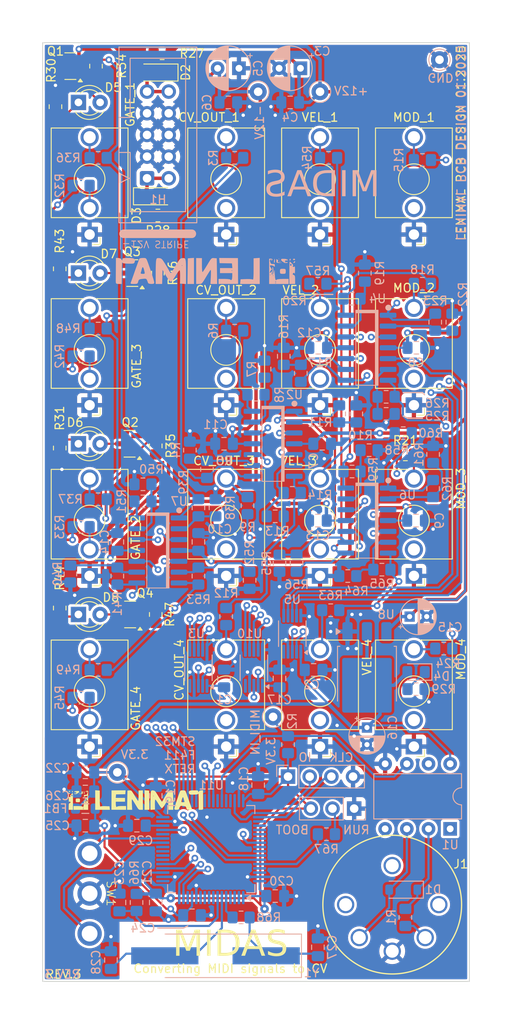
<source format=kicad_pcb>
(kicad_pcb (version 20240108) (generator "pcbnew") (generator_version "8.0")
  (layers (0 "F.Cu" signal) (1 "In1.Cu" signal) (2 "In2.Cu" signal) (31 "B.Cu" signal) (34 "B.Paste" user) (35 "F.Paste" user) (36 "B.SilkS" user "B.Silkscreen") (37 "F.SilkS" user "F.Silkscreen") (38 "B.Mask" user) (39 "F.Mask" user) (44 "Edge.Cuts" user))
  (net 0 "")
  (net 1 "GNDREF")
  (net 2 "+12V")
  (net 3 "-12V")
  (net 5 "Net-(CV_OUT_1-PadT)")
  (net 6 "Net-(CV_OUT_2-PadT)")
  (net 8 "Net-(CV_OUT_3-PadT)")
  (net 10 "Net-(CV_OUT_4-PadT)")
  (net 12 "Net-(D1-A)")
  (net 13 "Net-(D1-K)")
  (net 14 "Net-(D2-K)")
  (net 15 "Net-(D2-A)")
  (net 16 "Net-(D3-K)")
  (net 17 "Net-(D3-A)")
  (net 18 "Net-(C27-Pad1)")
  (net 19 "Net-(D4-K)")
  (net 20 "Net-(D5-A)")
  (net 21 "Net-(D5-K)")
  (net 22 "Net-(D6-K)")
  (net 23 "Net-(D6-A)")
  (net 24 "Net-(D7-A)")
  (net 25 "Net-(D7-K)")
  (net 26 "Net-(GATE_1-PadT)")
  (net 27 "Net-(GATE_2-PadT)")
  (net 28 "Net-(GATE_3-PadT)")
  (net 29 "Net-(GATE_4-PadT)")
  (net 31 "Net-(MOD_1-PadT)")
  (net 32 "Net-(MOD_2-PadT)")
  (net 35 "Net-(MOD_3-PadT)")
  (net 36 "Net-(MOD_4-PadT)")
  (net 38 "Net-(Q1-B)")
  (net 39 "+3.3V")
  (net 40 "Net-(D8-A)")
  (net 41 "Net-(D8-K)")
  (net 45 "Net-(J1-Pad4)")
  (net 46 "Net-(R3-Pad1)")
  (net 54 "Net-(U2C--)")
  (net 55 "Net-(Q2-B)")
  (net 56 "Net-(Q3-B)")
  (net 57 "Net-(Q4-B)")
  (net 58 "Net-(R6-Pad1)")
  (net 59 "Net-(R12-Pad1)")
  (net 60 "Net-(U2D--)")
  (net 61 "Net-(R11-Pad2)")
  (net 62 "Net-(U2A--)")
  (net 63 "Net-(U10-VOUTA)")
  (net 64 "Net-(U10-VOUTC)")
  (net 65 "Net-(U10-VOUTD)")
  (net 66 "Net-(U10-VOUTB)")
  (net 68 "Net-(U2B--)")
  (net 69 "Net-(R15-Pad1)")
  (net 70 "Net-(R18-Pad1)")
  (net 71 "Net-(R21-Pad1)")
  (net 72 "Net-(R34-Pad2)")
  (net 73 "Net-(R24-Pad1)")
  (net 74 "Net-(R35-Pad1)")
  (net 75 "Net-(U7A--)")
  (net 76 "Net-(U7C--)")
  (net 77 "Net-(R46-Pad1)")
  (net 78 "Net-(R47-Pad1)")
  (net 79 "Net-(U4B--)")
  (net 80 "Net-(U4A--)")
  (net 81 "Net-(U4D--)")
  (net 82 "Net-(U4C--)")
  (net 83 "Net-(U6B--)")
  (net 84 "Net-(U6A--)")
  (net 85 "Net-(U6D--)")
  (net 86 "Net-(U6C--)")
  (net 87 "Net-(U7B--)")
  (net 88 "Net-(R54-Pad2)")
  (net 89 "Net-(R54-Pad1)")
  (net 90 "Net-(R57-Pad1)")
  (net 91 "Net-(R57-Pad2)")
  (net 92 "Net-(R60-Pad2)")
  (net 93 "Net-(R60-Pad1)")
  (net 95 "Net-(R63-Pad1)")
  (net 97 "Net-(R63-Pad2)")
  (net 98 "Net-(U2C-+)")
  (net 99 "Net-(U2B-+)")
  (net 100 "Net-(U2D-+)")
  (net 101 "Net-(U2A-+)")
  (net 105 "Net-(U4D-+)")
  (net 106 "Net-(U4A-+)")
  (net 107 "Net-(U4B-+)")
  (net 108 "/STM32F411RE/NRST")
  (net 109 "+3.3VA")
  (net 110 "Net-(U4C-+)")
  (net 111 "/STM32F411RE/VCap")
  (net 112 "/STM32F411RE/MIDI_INPUT")
  (net 113 "/STM32F411RE/GATE_3_IN")
  (net 114 "/STM32F411RE/GATE_2_IN")
  (net 115 "/STM32F411RE/GATE_4_IN")
  (net 116 "/STM32F411RE/GATE_1_IN")
  (net 117 "/STM32F411RE/BOOT0")
  (net 118 "/STM32F411RE/SWD_CLK")
  (net 119 "/STM32F411RE/SWD_IO")
  (net 120 "/STM32F411RE/BOOT0_MCU")
  (net 121 "/STM32F411RE/HSC_IN")
  (net 122 "/STM32F411RE/HSC_OUT")
  (net 123 "/STM32F411RE/I2C_CV_SDA")
  (net 124 "/STM32F411RE/I2C_CV_SCL")
  (net 125 "/STM32F411RE/I2C_MOD_SCL")
  (net 126 "/STM32F411RE/I2C_MOD_SDA")
  (net 127 "/STM32F411RE/GATE_1_OUT")
  (net 128 "/STM32F411RE/GATE_4_OUT")
  (net 129 "/STM32F411RE/GATE_3_OUT")
  (net 130 "/STM32F411RE/GATE_2_OUT")
  (net 131 "/STM32F411RE/I2C_VEL_SCL")
  (net 132 "/STM32F411RE/I2C_VEL_SDA")
  (net 153 "/STM32F411RE/MODE_SW_1")
  (net 154 "/STM32F411RE/MODE_SW_2")
  (net 161 "Net-(U7D--)")
  (footprint "Synth:Jack_3.5mm_QingPu_WQP-PJ398SM_Vertical_CircularHoles" (layer "F.Cu") (at 82.5 86 180)
    (property "Reference" "VEL_2")
    (property "Value" "VEL_2")
  )
  (footprint "Synth:Jack_3.5mm_QingPu_WQP-PJ398SM_Vertical_CircularHoles" (layer "F.Cu") (at 93.5 106 180)
    (property "Reference" "MOD_3")
    (property "Value" "MOD_3")
  )
  (footprint "Synth:Jack_3.5mm_QingPu_WQP-PJ398SM_Vertical_CircularHoles" (layer "F.Cu") (at 55.5 66 180)
    (property "Reference" "GATE_1")
    (property "Value" "GATE_1")
  )
  (footprint "Resistor_SMD:R_0805_2012Metric_Pad1.20x1.40mm_HandSolder" (layer "F.Cu") (at 63.25 117 -90)
    (property "Reference" "R47")
    (property "Value" "22K")
  )
  (footprint "Synth:Jack_3.5mm_QingPu_WQP-PJ398SM_Vertical_CircularHoles" (layer "F.Cu") (at 93.5 86 180)
    (property "Reference" "MOD_2")
    (property "Value" "MOD_2")
  )
  (footprint "Synth:Jack_3.5mm_QingPu_WQP-PJ398SM_Vertical_CircularHoles" (layer "F.Cu") (at 82.5 106 180)
    (property "Reference" "VEL_3")
    (property "Value" "VEL_3")
  )
  (footprint "Resistor_SMD:R_0805_2012Metric_Pad1.20x1.40mm_HandSolder" (layer "F.Cu") (at 64 51.25)
    (property "Reference" "R27")
    (property "Value" "10R")
  )
  (footprint "Synth:Jack_3.5mm_QingPu_WQP-PJ398SM_Vertical_CircularHoles" (layer "F.Cu") (at 71.5 66 180)
    (property "Reference" "CV_OUT_1")
    (property "Value" "CV_OUT_1")
  )
  (footprint "Synth:Jack_3.5mm_QingPu_WQP-PJ398SM_Vertical_CircularHoles" (layer "F.Cu") (at 71.5 126 180)
    (property "Reference" "CV_OUT_4")
    (property "Value" "CV_OUT_4")
  )
  (footprint "Synth:LED_D3.0mm" (layer "F.Cu") (at 55.5 57)
    (property "Reference" "D5")
    (property "Value" "RED_OUT_20mA")
  )
  (footprint "Synth:Jack_3.5mm_QingPu_WQP-PJ398SM_Vertical_CircularHoles" (layer "F.Cu") (at 55.5 86 180)
    (property "Reference" "GATE_3")
    (property "Value" "GATE_2")
  )
  (footprint "Synth:Jack_3.5mm_QingPu_WQP-PJ398SM_Vertical_CircularHoles" (layer "F.Cu") (at 71.5 106 180)
    (property "Reference" "CV_OUT_3")
    (property "Value" "CV_OUT_3")
  )
  (footprint "Package_TO_SOT_SMD:SOT-23" (layer "F.Cu") (at 60.5 77 180)
    (property "Reference" "Q3")
    (property "Value" "BC848")
  )
  (footprint "Synth:Jack_3.5mm_QingPu_WQP-PJ398SM_Vertical_CircularHoles" (layer "F.Cu") (at 82.5 126 180)
    (property "Reference" "VEL_4")
    (property "Value" "VEL_4")
  )
  (footprint "Package_TO_SOT_SMD:SOT-23" (layer "F.Cu") (at 60.1875 97 180)
    (property "Reference" "Q2")
    (property "Value" "BC848")
  )
  (footprint "Diode_SMD:D_SOD-123" (layer "F.Cu") (at 63.5 53.5 180)
    (property "Reference" "D2")
    (property "Value" "1N5819")
  )
  (footprint "Synth:LED_D3.0mm" (layer "F.Cu") (at 55.5 77)
    (property "Reference" "D7")
    (property "Value" "RED_OUT_20mA")
  )
  (footprint "Resistor_SMD:R_0805_2012Metric_Pad1.20x1.40mm_HandSolder" (layer "F.Cu") (at 63.25 97.25 90)
    (property "Reference" "R35")
    (property "Value" "22K")
  )
  (footprint "Synth:SD-50BV (DIN5)" (layer "F.Cu") (at 91 151)
    (property "Reference" "J1")
    (property "Value" "SD-50BV (DIN5)")
  )
  (footprint "Synth:Jack_3.5mm_QingPu_WQP-PJ398SM_Vertical_CircularHoles" (layer "F.Cu") (at 55.5 106 180)
    (property "Reference" "GATE_2")
    (property "Value" "GATE_3")
  )
  (footprint "Synth:Jack_3.5mm_QingPu_WQP-PJ398SM_Vertical_CircularHoles" (layer "F.Cu") (at 93.5 66 180)
    (property "Reference" "MOD_1")
    (property "Value" "MOD_1")
  )
  (footprint "Synth:Jack_3.5mm_QingPu_WQP-PJ398SM_Vertical_CircularHoles" (layer "F.Cu") (at 55.5 126 180)
    (property "Reference" "GATE_4")
    (property "Value" "GATE_4")
  )
  (footprint "Synth:LED_D3.0mm" (layer "F.Cu") (at 55.5 97)
    (property "Reference" "D6")
    (property "Value" "RED_OUT_20mA")
  )
  (footprint "Synth:Jack_3.5mm_QingPu_WQP-PJ398SM_Vertical_CircularHoles" (layer "F.Cu") (at 71.5 86 180)
    (property "Reference" "CV_OUT_2")
    (property "Value" "CV_OUT_2")
  )
  (footprint "Synth:Jack_3.5mm_QingPu_WQP-PJ398SM_Vertical_CircularHoles" (layer "F.Cu") (at 82.5 66 180)
    (property "Reference" "VEL_1")
    (property "Value" "VEL_1")
  )
  (footprint "Package_TO_SOT_SMD:SOT-23" (layer "F.Cu") (at 60.25 117 180)
    (property "Reference" "Q4")
    (property "Value" "BC848")
  )
  (footprint "Resistor_SMD:R_0805_2012Metric_Pad1.20x1.40mm_HandSolder" (layer "F.Cu") (at 56.25 52.75 90)
    (property "Reference" "R34")
    (property "Value" "22K")
  )
  (footprint "Resistor_SMD:R_0805_2012Metric_Pad1.20x1.40mm_HandSolder" (layer "F.Cu") (at 63.5 70.25)
    (property "Reference" "R28")
    (property "Value" "10R")
  )
  (footprint "Resistor_SMD:R_0805_2012Metric_Pad1.20x1.40mm_HandSolder" (layer "F.Cu") (at 52 97.5 90)
    (property "Reference" "R31")
    (property "Value" "470R")
  )
  (footprint "Resistor_SMD:R_0805_2012Metric_Pad1.20x1.40mm_HandSolder" (layer "F.Cu") (at 52 76.5 -90)
    (property "Reference" "R43")
    (property "Value" "470R")
  )
  (footprint "Package_TO_SOT_SMD:SOT-23" (layer "F.Cu") (at 53.25 52.75 180)
    (property "Reference" "Q1")
    (property "Value" "BC848")
  )
  (footprint "Synth:Jack_3.5mm_QingPu_WQP-PJ398SM_Vertical_CircularHoles" (layer "F.Cu") (at 93.5 126 180)
    (property "Reference" "MOD_4")
    (property "Value" "MOD_4")
  )
  (footprint "Resistor_SMD:R_0805_2012Metric_Pad1.20x1.40mm_HandSolder" (layer "F.Cu") (at 63.5 77 90)
    (property "Reference" "R46")
    (property "Value" "22K")
  )
  (footprint "Diode_SMD:D_SOD-123" (layer "F.Cu") (at 63 68)
    (property "Reference" "D3")
    (property "Value" "1N5819")
  )
  (footprint "Synth:SW_default" (layer "F.Cu") (at 55.5 149.7 -90)
    (property "Reference" "SW1")
    (property "Value" "ON-OFF-ON")
  )
  (footprint "Resistor_SMD:R_0805_2012Metric_Pad1.20x1.40mm_HandSolder" (layer "F.Cu") (at 52 116.25 -90)
    (property "Reference" "R44")
    (property "Value" "470R")
  )
  (footprint "Synth:LED_D3.0mm" (layer "F.Cu") (at 55.5 117)
    (property "Reference" "D8")
    (property "Value" "RED_OUT_20mA")
  )
  (footprint "Resistor_SMD:R_0805_2012Metric_Pad1.20x1.40mm_HandSolder" (layer "F.Cu") (at 92.5 98.25)
    (property "Reference" "R21")
    (property "Value" "1K")
  )
  (footprint "Resistor_SMD:R_0805_2012Metric_Pad1.20x1.40mm_HandSolder" (layer "F.Cu") (at 51.5 57.5 -90)
    (property "Reference" "R30")
    (property "Value" "470R")
  )
  (footprint "Synth:lenimal_logo_full" (layer "F.Cu") (at 61 138.75)
    (property "Reference" "G***" (hide yes))
    (property "Value" "LOGO" (hide yes))
  )
  (footprint "Capacitor_SMD:C_0805_2012Metric_Pad1.18x1.45mm_HandSolder" (layer "B.Cu") (at 55 135.5)
    (property "Reference" "C22")
    (property "Value" "10uF")
  )
  (footprint "Resistor_SMD:R_0805_2012Metric_Pad1.20x1.40mm_HandSolder" (layer "B.Cu") (at 88.25 97.75 180)
    (property "Reference" "R58")
    (property "Value" "10K [0.1%]")
  )
  (footprint "Capacitor_SMD:C_0805_2012Metric_Pad1.18x1.45mm_HandSolder" (layer "B.Cu") (at 55 141.75)
    (property "Reference" "C25")
    (property "Value" "1uF")
  )
  (footprint "Resistor_SMD:R_0805_2012Metric_Pad1.20x1.40mm_HandSolder" (layer "B.Cu") (at 79.25 102.75)
    (property "Reference" "R14")
    (property "Value" "30K [0.1%]")
  )
  (footprint "Capacitor_THT:CP_Radial_D4.0mm_P2.00mm" (layer "B.Cu") (at 88 130.25 -90)
    (property "Reference" "C16")
    (property "Value" "10uF")
  )
  (footprint "Resistor_SMD:R_0805_2012Metric_Pad1.20x1.40mm_HandSolder" (layer "B.Cu") (at 71.5 117.25 -90)
    (property "Reference" "R12")
    (property "Value" "1K")
  )
  (footprint "Resistor_SMD:R_0805_2012Metric_Pad1.20x1.40mm_HandSolder" (layer "B.Cu") (at 89.75 111.75)
    (property "Reference" "R65")
    (property "Value" "30K [0.1%]")
  )
  (footprint "Capacitor_THT:CP_Radial_D4.0mm_P2.00mm" (layer "B.Cu") (at 93 117.25)
    (property "Reference" "C15")
    (property "Value" "10uF")
  )
  (footprint "Resistor_SMD:R_0805_2012Metric_Pad1.20x1.40mm_HandSolder" (layer "B.Cu") (at 83.75 116.5 180)
    (property "Reference" "R63")
    (property "Value" "1K")
  )
  (footprint "Resistor_SMD:R_0805_2012Metric_Pad1.20x1.40mm_HandSolder" (layer "B.Cu") (at 56.5 63.5 180)
    (property "Reference" "R36")
    (property "Value" "1K")
  )
  (footprint "Capacitor_SMD:C_0805_2012Metric_Pad1.18x1.45mm_HandSolder" (layer "B.Cu") (at 82.25 156 90)
    (property "Reference" "C27")
    (property "Value" "10pF")
  )
  (footprint "Resistor_SMD:R_0805_2012Metric_Pad1.20x1.40mm_HandSolder" (layer "B.Cu") (at 53.25 112.25 90)
    (property "Reference" "R40")
    (property "Value" "68K")
  )
  (footprint "Capacitor_SMD:C_0805_2012Metric_Pad1.18x1.45mm_HandSolder" (layer "B.Cu") (at 58.75 108.5 -90)
    (property "Reference" "C14")
    (property "Value" "0.1uF")
  )
  (footprint "Capacitor_SMD:C_0805_2012Metric_Pad1.18x1.45mm_HandSolder" (layer "B.Cu") (at 77.75 124.5 -90)
    (property "Reference" "C17")
    (property "Value" "0.1uF")
  )
  (footprint "Resistor_SMD:R_0805_2012Metric_Pad1.20x1.40mm_HandSolder" (layer "B.Cu") (at 83.25 142.75 180)
    (property "Reference" "R67")
    (property "Value" "10K")
  )
  (footprint "Resistor_SMD:R_0805_2012Metric_Pad1.20x1.40mm_HandSolder" (layer "B.Cu") (at 54.5 106.75 180)
    (property "Reference" "R33")
    (property "Value" "100K")
  )
  (footprint "Resistor_SMD:R_0805_2012Metric_Pad1.20x1.40mm_HandSolder" (layer "B.Cu") (at 96 82.75 90)
    (property "Reference" "R23")
    (property "Value" "30K [0.1%]")
  )
  (footprint "Capacitor_SMD:C_0805_2012Metric_Pad1.18x1.45mm_HandSolder" (layer "B.Cu") (at 82.2875 85.75)
    (property "Reference" "C12")
    (property "Value" "0.1uF")
  )
  (footprint "Connector_Pin:Pin_D1.0mm_L10.0mm" (layer "B.Cu") (at 75.25 55.75 -90)
    (property "Reference" "TP5" (hide yes))
    (property "Value" "-12V")
  )
  (footprint "Resistor_SMD:R_0805_2012Metric_Pad1.20x1.40mm_HandSolder" (layer "B.Cu") (at 79.75 111 -90)
    (property "Reference" "R56")
    (property "Value" "30K [0.1%]")
  )
  (footprint "Package_SO:MSOP-10_3x3mm_P0.5mm" (layer "B.Cu") (at 68.25 123.25 90)
    (property "Reference" "U3")
    (property "Value" "MCP4728")
  )
  (footprint "Resistor_SMD:R_0805_2012Metric_Pad1.20x1.40mm_HandSolder" (layer "B.Cu") (at 93.75 125.75 180)
    (property "Reference" "R29")
    (property "Value" "2K")
  )
  (footprint "Connector_PinHeader_2.54mm:PinHeader_1x03_P2.54mm_Vertical" (layer "B.Cu") (at 86.5 139.75 90)
    (property "Reference" "J2" (hide yes))
    (property "Value" "BOOT_RUN")
  )
  (footprint "Capacitor_SMD:C_0805_2012Metric_Pad1.18x1.45mm_HandSolder" (layer "B.Cu") (at 58 157.5 90)
    (property "Reference" "C28")
    (property "Value" "10pF")
  )
  (footprint "Capacitor_SMD:C_0805_2012Metric_Pad1.18x1.45mm_HandSolder" (layer "B.Cu") (at 82.75 97)
    (property "Reference" "C7")
    (property "Value" "0.1uF")
  )
  (footprint "Synth:SOIC-14" (layer "B.Cu") (at 88 85.75 180)
    (property "Reference" "U4")
    (property "Value" "TL074")
  )
  (footprint "Package_SO:MSOP-10_3x3mm_P0.5mm" (layer "B.Cu") (at 74.75 123.25 90)
    (property "Reference" "U10")
    (property "Value" "MCP4728")
  )
  (footprint "Capacitor_SMD:C_0805_2012Metric_Pad1.18x1.45mm_HandSolder" (layer "B.Cu") (at 71.25 124.5 -90)
    (property "Reference" "C1")
    (property "Value" "0.1uF")
  )
  (footprint "Capacitor_SMD:C_0805_2012Metric_Pad1.18x1.45mm_HandSolder" (layer "B.Cu") (at 81.75 123.5 180)
    (property "Reference" "C2")
    (property "Value" "0.1uF")
  )
  (footprint "Resistor_SMD:R_0805_2012Metric_Pad1.20x1.40mm_HandSolder" (layer "B.Cu") (at 95.75 98.25 -90)
    (property "Reference" "R61")
    (property "Value" "10K [0.1%]")
  )
  (footprint "Capacitor_SMD:C_0805_2012Metric_Pad1.18x1.45mm_HandSolder" (layer "B.Cu") (at 67.5 152.25 180)
    (property "Reference" "C24")
    (property "Value" "100nF")
  )
  (footprint "Resistor_SMD:R_0805_2012Metric_Pad1.20x1.40mm_HandSolder" (layer "B.Cu") (at 97 121 180)
    (property "Reference" "R24")
    (property "Value" "1K")
  )
  (footprint "Resistor_SMD:R_0805_2012Metric_Pad1.20x1.40mm_HandSolder" (layer "B.Cu") (at 98 82.75 -90)
    (property "Reference" "R22")
    (property "Value" "10K [0.1%]")
  )
  (footprint "Resistor_SMD:R_0805_2012Metric_Pad1.20x1.40mm_HandSolder" (layer "B.Cu") (at 95.75 102.25 90)
    (property "Reference" "R62")
    (property "Value" "30K [0.1%]")
  )
  (footprint "Capacitor_SMD:C_0805_2012Metric_Pad1.18x1.45mm_HandSolder" (layer "B.Cu") (at 61.0375 141.75 180)
    (property "Reference" "C29")
    (property "Value" "2.2uF")
  )
  (footprint "Capacitor_SMD:C_0805_2012Metric_Pad1.18x1.45mm_HandSolder" (layer "B.Cu") (at 63.25 150.75 90)
    (property "Reference" "C21")
    (property "Value" "100nF")
  )
  (footprint "Capacitor_SMD:C_0805_2012Metric_Pad1.18x1.45mm_HandSolder" (layer "B.Cu") (at 93.75 106)
    (property "Reference" "C9")
    (property "Value" "0.1uF")
  )
  (footprint "Capacitor_SMD:C_0805_2012Metric_Pad1.18x1.45mm_HandSolder" (layer "B.Cu") (at 59 150.75 90)
    (property "Reference" "C23")
    (property "Value" "100nF")
  )
  (footprint "Resistor_SMD:R_0805_2012Metric_Pad1.20x1.40mm_HandSolder" (layer "B.Cu") (at 58.75 112.5 -90)
    (property "Reference" "R41")
    (property "Value" "100K")
  )
  (footprint "Capacitor_SMD:C_0805_2012Metric_Pad1.18x1.45mm_HandSolder" (layer "B.Cu") (at 71.25 97)
    (property "Reference" "C11")
    (property "Value" "0.1uF")
  )
  (footprint "Synth:lenimal_logo_full" (layer "B.Cu") (at 69 76.75 180)
    (property "Reference" "G***" (hide yes))
    (property "Value" "LOGO" (hide yes))
  )
  (footprint "Capacitor_SMD:C_0805_2012Metric_Pad1.18x1.45mm_HandSolder" (layer "B.Cu") (at 75.25 137 -90)
    (property "Reference" "C18")
    (property "Value" "100nF")
  )
  (footprint "Crystal:Crystal_SMD_HC49-SD_HandSoldering" (layer "B.Cu") (at 70.25 157 180)
    (property "Reference" "Y1")
    (property "Value" "20MHZ")
  )
  (footprint "Capacitor_SMD:C_0805_2012Metric_Pad1.18x1.45mm_HandSolder" (layer "B.Cu") (at 93.7875 85.75)
    (property "Reference" "C8")
    (property "Value" "0.1uF")
  )
  (footprint "Synth:SOIC-14" (layer "B.Cu") (at 63.5 109.5 180)
    (property "Reference" "U7")
    (property "Value" "TL074")
  )
  (footprint "Capacitor_THT:CP_Radial_D5.0mm_P2.50mm" (layer "B.Cu") (at 73 53 180)
    (property "Reference" "C5")
    (property "Value" "47uF")
  )
  (footprint "Package_DIP:DIP-8_W7.62mm" (layer "B.Cu") (at 97.75 142.12 90)
    (property "Reference" "U1")
    (property "Value" "6N135-L")
  )
  (footprint "Resistor_SMD:R_0805_2012Metric_Pad1.20x1.40mm_HandSolder" (layer "B.Cu") (at 75 91.25 180)
    (property "Reference" "R8")
    (property "Value" "30K [0.1%]")
  )
  (footprint "Resistor_SMD:R_0805_2012Metric_Pad1.20x1.40mm_HandSolder" (layer "B.Cu") (at 94.5 78.25 180)
    (property "Reference" "R18")
    (property "Value" "1K")
  )
  (footprint "Resistor_SMD:R_0805_2012Metric_Pad1.20x1.40mm_HandSolder" (layer "B.Cu") (at 77.25 105.5 180)
    (property "Reference" "R13")
    (property "Value" "10K [0.1%]")
  )
  (footprint "Resistor_SMD:R_0805_2012Metric_Pad1.20x1.40mm_HandSolder" (layer "B.Cu") (at 80.25 88.75 -90)
    (property "Reference" "R17")
    (property "Value" "30K [0.1%]")
  )
  (footprint "Resistor_SMD:R_0805_2012Metric_Pad1.20x1.40mm_HandSolder" (layer "B.Cu") (at 76 88.25 -90)
    (property "Reference" "R7")
    (property "Value" "10K [0.1%]")
  )
  (footprint "Resistor_SMD:R_0805_2012Metric_Pad1.20x1.40mm_HandSolder" (layer "B.Cu") (at 94.5 63.75 180)
    (property "Reference" "R15")
    (property "Value" "1K")
  )
  (footprint "Capacitor_SMD:C_0805_2012Metric_Pad1.18x1.45mm_HandSolder" (layer "B.Cu") (at 79 57 180)
    (property "Reference" "C4")
    (property "Value" "0.1uF")
  )
  (footprint "Resistor_SMD:R_0805_2012Metric_Pad1.20x1.40mm_HandSolder" (layer "B.Cu") (at 83.5 63.5 180)
    (property "Reference" "R54")
    (property "Value" "1K")
  )
  (footprint "Connector_Pin:Pin_D1.0mm_L10.0mm" (layer "B.Cu") (at 77 129 180)
    (property "Reference" "TP1" (hide yes))
    (property "Value" "MIDI_IN")
  )
  (footprint "Resistor_SMD:R_0805_2012Metric_Pad1.20x1.40mm_HandSolder" (layer "B.Cu") (at 78.75 132.25 -90)
    (property "Reference" "R2")
    (property "Value" "10K")
  )
  (footprint "Capacitor_SMD:C_0805_2012Metric_Pad1.18x1.45mm_HandSolder" (layer "B.Cu") (at 63.25 138.25 -90)
    (property "Reference" "C19")
    (property "Value" "100nF")
  )
  (footprint "Resistor_SMD:R_0805_2012Metric_Pad1.20x1.40mm_HandSolder" (layer "B.Cu") (at 56.5 123.5 180)
    (property "Reference" "R49")
    (property "Value" "1K")
  )
  (footprint "Resistor_SMD:R_0805_2012Metric_Pad1.20x1.40mm_HandSolder" (layer "B.Cu") (at 86.25 80 180)
    (property "Reference" "R20")
    (property "Value" "30K [0.1%]")
  )
  (footprint "Inductor_SMD:L_0805_2012Metric_Pad1.05x1.20mm_HandSolder" (layer "B.Cu") (at 55 139.75 180)
    (property "Reference" "FB1")
    (property "Value" "120R")
  )
  (footprint "Resistor_SMD:R_0805_2012Metric_Pad1.20x1.40mm_HandSolder" (layer "B.Cu") (at 68.25 112.5 -90)
    (property "Reference" "R53")
    (property "Value" "100K")
  )
  (footprint "Resistor_SMD:R_0805_2012Metric_Pad1.20x1.40mm_HandSolder" (layer "B.Cu") (at 54.5 86.75 180)
    (property "Reference" "R42")
    (property "Value" "100K")
  )
  (footprint "Resistor_SMD:R_0805_2012Metric_Pad1.20x1.40mm_HandSolder" (layer "B.Cu") (at 68.25 104.5 90)
    (property "Reference" "R39")
    (property "Value" "100K")
  )
  (footprint "Resistor_SMD:R_0805_2012Metric_Pad1.20x1.40mm_HandSolder" (layer "B.Cu") (at 70.25 104.5 -90)
    (property "Reference" "R38")
    (property "Value" "68K")
  )
  (footprint "Resistor_SMD:R_0805_2012Metric_Pad1.20x1.40mm_HandSolder" (layer "B.Cu") (at 87.75 77 -90)
    (property "Reference" "R19")
    (property "Value" "10K [0.1%]")
  )
  (footprint "Capacitor_SMD:C_0805_2012Metric_Pad1.18x1.45mm_HandSolder" (layer "B.Cu") (at 71.75 57 180)
    (property "Reference" "C6")
    (property "Value" "0.1uF")
  )
  (footprint "Resistor_SMD:R_0805_2012Metric_Pad1.20x1.40mm_HandSolder" (layer "B.Cu") (at 82.25 78.25 180)
    (property "Reference" "R57")
    (property "Value" "1K")
  )
  (footprint "Resistor_SMD:R_0805_2012Metric_Pad1.20x1.40mm_HandSolder" (layer "B.Cu") (at 56.5 83.5 180)
    (property "Reference" "R48")
    (property "Value" "1K")
  )
  (footprint "Resistor_SMD:R_0805_2012Metric_Pad1.20x1.40mm_HandSolder" (layer "B.Cu") (at 84.75 93.5 90)
    (property "Reference" "R11")
    (property "Value" "30K [0.1%]")
  )
  (footprint "Connector_Pin:Pin_D1.0mm_L10.0mm" (layer "B.Cu") (at 82.5 55.75 -90)
    (property "Reference" "TP3" (hide yes))
    (property "Value" "+12V")
  )
  (footprint "Capacitor_THT:CP_Radial_D5.0mm_P2.50mm" (layer "B.Cu") (at 80.205113 53 180)
    (property "Reference" "C3")
    (property "Value" "47uF")
  )
  (footprint "Resistor_SMD:R_0805_2012Metric_Pad1.20x1.40mm_HandSolder" (layer "B.Cu") (at 73.25 152.5 180)
    (property "Reference" "R68")
    (property "Value" "10R")
  )
  (footprint "Resistor_SMD:R_0805_2012Metric_Pad1.20x1.40mm_HandSolder" (layer "B.Cu") (at 77.75 111 90)
    (property "Reference" "R55")
    (property "Value" "10K [0.1%]")
  )
  (footprint "Package_TO_SOT_SMD:TO-252-3_TabPin2" (layer "B.Cu") (at 88 124.04 -90)
    (property "Reference" "U8")
    (property "Value" "LM1117DT-3.3")
  )
  (footprint "Resistor_SMD:R_0805_2012Metric_Pad1.20x1.40mm_HandSolder" (layer "B.Cu") (at 92.5 152.5 -90)
    (property "Reference" "R1")
    (property "Value" "220R")
  )
  (footprint "Resistor_SMD:R_0805_2012Metric_Pad1.20x1.40mm_HandSolder" (layer "B.Cu") (at 72.5 63.5 180)
    (property "Reference" "R3")
    (property "Value" "1K")
  )
  (footprint "Resistor_SMD:R_0805_2012Metric_Pad1.20x1.40mm_HandSolder" (layer "B.Cu") (at 54.5 66.75 180)
    (property "Reference" "R32")
    (property "Value" "100K")
  )
  (footprint "Package_QFP:LQFP-64_10x10mm_P0.5mm" (layer "B.Cu") (at 69.75 144.5 90)
    (property "Reference" "U11")
    (property "Value" "STM32F411RETx")
  )
  (footprint "Resistor_SMD:R_0805_2012Metric_Pad1.20x1.40mm_HandSolder" (layer "B.Cu") (at 61 150.75 90)
    (property "Reference" "R66")
    (property "Value" "10K")
  )
  (footprint "Resistor_SMD:R_0805_2012Metric_Pad1.20x1.40mm_HandSolder" (layer "B.Cu") (at 90.25 93.5 180)
    (property "Reference" "R25")
    (property "Value" "10K [0.1%]")
  )
  (footprint "Synth:IDC-Header_2x05_P2.54mm_Vertical" (layer "B.Cu") (at 62.23 65.8925)
    (property "Reference" "H1")
    (property "Value" "Conn_02x05_PWR_Eurorack")
  )
  (footprint "Capacitor_SMD:C_0805_2012Metric_Pad1.18x1.45mm_HandSolder" (layer "B.Cu") (at 68.25 108.5 90)
    (property "Reference" "C10")
    (property "Value" "0.1uF")
  )
  (footprint "Capacitor_SMD:C_0805_2012Metric_Pad1.18x1.45mm_HandSolder" (layer "B.Cu") (at 82.25 106)
    (property "Reference" "C13")
    (property "Value" "0.1uF")
  )
  (footprint "Capacitor_SMD:C_0805_2012Metric_Pad1.18x1.45mm_HandSolder" (layer "B.Cu") (at 55 137.75)
    (property "Reference" "C26")
    (property "Value" "1uF")
  )
  (footprint "Resistor_SMD:R_0805_2012Metric_Pad1.20x1.40mm_HandSolder" (layer "B.Cu") (at 86.75 93.5 -90)
    (property "Reference" "R10")
    (property "Value" "10K [0.1%]")
  )
  (footprint "Synth:SOIC-14" (layer "B.Cu") (at 88 106 180)
    (property "Reference" "U6")
    (property "Value" "TL074")
  )
  (footprint "Resistor_SMD:R_0805_2012Metric_Pad1.20x1.40mm_HandSolder" (layer "B.Cu") (at 67.25 97.75 -90)
    (property "Reference" "R4")
    (property "Value" "10K [0.1%]")
  )
  (footprint "Resistor_SMD:R_0805_2012Metric_Pad1.20x1.40mm_HandSolder" (layer "B.Cu") (at 90.25 91.5)
    (property "Reference" "R26")
    (property "Value" "30K [0.1%]")
  )
  (footprint "Package_SO:MSOP-10_3x3mm_P0.5mm" (layer "B.Cu") (at 79.25 119.25 90)
    (property "Reference" "U5")
    (property "Value" "MCP4728")
  )
  (footprint "Resistor_SMD:R_0805_2012Metric_Pad1.20x1.40mm_HandSolder" (layer "B.Cu") (at 69.25 100 -90)
    (property "Reference" "R5")
    (property "Value" "30K [0.1%]")
  )
  (footprint "Capacitor_SMD:C_0805_2012Metric_Pad1.18x1.45mm_HandSolder" (layer "B.Cu") (at 77.25 150 180)
    (property "Reference" "C20")
    (property "Value" "100nF")
  )
  (footprint "Resistor_SMD:R_0805_2012Metric_Pad1.20x1.40mm_HandSolder" (layer "B.Cu") (at 85.75 112.5)
    (property "Reference" "R64")
    (property "Value" "10K [0.1%]")
  )
  (footprint "Resistor_SMD:R_0805_2012Metric_Pad1.20x1.40mm_HandSolder" (layer "B.Cu") (at 92.25 95.75 180)
    (property "Reference" "R60")
    (property "Value" "1K")
  )
  (footprint "Resistor_SMD:R_0805_2012Metric_Pad1.20x1.40mm_HandSolder" (layer "B.Cu") (at 74.25 113 90)
    (property "Reference" "R52")
    (property "Value" "68K")
  )
  (footprint "Resistor_SMD:R_0805_2012Metric_Pad1.20x1.40mm_HandSolder" (layer "B.Cu") (at 61.75 101.75)
    (property "Reference" "R50")
    (property "Value" "68K")
  )
  (footprint "Synth:SOIC-14" (layer "B.Cu") (at 77 97 180)
    (property "Reference" "U2")
    (property "Value" "TL074")
  )
  (footprint "Connector_Pin:Pin_D1.0mm_L10.0mm" (layer "B.Cu") (at 58.75 135.5 180)
    (property "Reference" "TP2" (hide yes))
    (property "Value" "+3.3V")
  )
  (footprint "Diode_SMD:D_SOD-123" (layer "B.Cu") (at 92.25 149.25 180)
    (property "Reference" "D1")
    (property "Value" "1N4148")
  )
  (footprint "Resistor_SMD:R_0805_2012Metric_Pad1.20x1.40mm_HandSolder" (layer "B.Cu") (at 54.5 126.75 180)
    (property "Reference" "R45")
    (property "Value" "100K")
  )
  (footprint "Resistor_SMD:R_0805_2012Metric_Pad1.20x1.40mm_HandSolder" (layer "B.Cu") (at 74 104.25 90)
    (property "Reference" "R9")
    (property "Value" "1K")
  )
  (footprint "LED_SMD:LED_0805_2012Metric_Pad1.15x1.40mm_HandSolder" (layer "B.Cu") (at 93.75 123.75 180)
    (property "Reference" "D4")
    (property "Value" "LED")
  )
  (footprint "Resistor_SMD:R_0805_2012Metric_Pad1.20x1.40mm_HandSolder" (layer "B.Cu") (at 61.75 103.75 180)
    (property "Reference" "R51")
    (property "Value" "100K")
  )
  (footprint "Connector_PinHeader_2.54mm:PinHeader_1x04_P2.54mm_Vertical" (layer "B.Cu") (at 78.75 136 -90)
    (property "Reference" "J3" (hide yes))
    (property "Value" "Conn_01x04")
  )
  (footprint "Connector_Pin:Pin_D1.0mm_L10.0mm" (layer "B.Cu") (at 96.5 52)
    (property "Reference" "TP4" (hide yes))
    (property "Value" "GND")
  )
  (footprint "Resistor_SMD:R_0805_2012Metric_Pad1.20x1.40mm_HandSolder" (layer "B.Cu") (at 78.25 86.75 -90)
    (property "Reference" "R16")
    (property "Value" "10K [0.1%]")
  )
  (footprint "Resistor_SMD:R_0805_2012Metric_Pad1.20x1.40mm_HandSolder" (layer "B.Cu") (at 72.5 83.75 180)
    (property "Reference" "R6")
    (property "Value" "1K")
  )
  (footprint "Resistor_SMD:R_0805_2012Metric_Pad1.20x1.40mm_HandSolder" (layer "B.Cu") (at 86.25 100.25 180)
    (property "Reference" "R59")
    (property "Value" "30K [0.1%]")
  )
  (footprint "Resistor_SMD:R_0805_2012Metric_Pad1.20x1.40mm_HandSolder" (layer "B.Cu") (at 56.5 103.5 180)
    (property "Reference" "R37")
    (property "Value" "1K")
  )
  (gr_line (start 66.5 153.75) (end 67 153.5) (stroke (width 0.15)) (layer "B.SilkS"))
  (gr_line (start 63.5 153.75) (end 66.5 153.75) (stroke (width 0.15)) (layer "B.SilkS"))
  (gr_line (start 81.25 80) (end 82 79.5) (stroke (width 0.15)) (layer "B.SilkS"))
  (gr_line (start 94.75 91.25) (end 94.5 91) (stroke (width 0.15)) (layer "B.SilkS"))
  (gr_line (start 94.5 91) (end 92.25 91) (stroke (width 0.15)) (layer "B.SilkS"))
  (gr_line (start 94.5 94) (end 92.75 94) (stroke (width 0.15)) (layer "B.SilkS"))
  (gr_line (start 82 79.5) (end 84 79.5) (stroke (width 0.15)) (layer "B.SilkS"))
  (gr_line (start 92.75 94) (end 92.25 93.75) (stroke (width 0.15)) (layer "B.SilkS"))
  (gr_rect (start 50 50) (end 100 160) (stroke (width 0.1)) (fill none) (layer "Edge.Cuts"))
  (gr_text "LENIMAL PCB DESIGN 01.2025" (at 99 61.75 270) (layer "B.SilkS") (effects (font (size 1 1)) (justify mirror)))
  (gr_text "RUN" (at 86.75 142.25 0) (layer "B.SilkS") (effects (font (size 1 1)) (justify mirror)))
  (gr_text "GND" (at 95 53.5 180) (layer "B.SilkS") (effects (font (size 1 1)) (justify left bottom mirror)))
  (gr_text "MIDI_IN" (at 75.5 128 90) (layer "B.SilkS") (effects (font (size 1 1)) (justify left bottom mirror)))
  (gr_text "MIDAS" (at 82.75 66.75 0) (layer "B.SilkS") (effects (font (size 3 3)) (justify mirror)))
  (gr_text "IO" (at 80.75 133.75 0) (layer "B.SilkS") (effects (font (size 1 1)) (justify mirror)))
  (gr_text "STM32\nF411\nRETX" (at 68 133.5 0) (layer "B.SilkS") (effects (font (size 1 1)) (justify left mirror)))
  (gr_text "3.3V" (at 62.5 134 0) (layer "B.SilkS") (effects (font (size 1 1)) (justify left bottom mirror)))
  (gr_text "CLK" (at 85 133.75 0) (layer "B.SilkS") (effects (font (size 1 1)) (justify mirror)))
  (gr_text "BOOT" (at 79.25 142.25 0) (layer "B.SilkS") (effects (font (size 1 1)) (justify mirror)))
  (gr_text "+12V" (at 88.25 56.25 0) (layer "B.SilkS") (effects (font (size 1 1)) (justify left bottom mirror)))
  (gr_text "-12V" (at 76 57.25 90) (layer "B.SilkS") (effects (font (size 1 1)) (justify left bottom mirror)))
  (gr_text "REV.3" (at 54.5 159.75 0) (layer "B.SilkS") (effects (font (size 1 1)) (justify left bottom mirror)))
  (gr_text "3.3V" (at 76.75 133 90) (layer "B.SilkS") (effects (font (size 1 1)) (justify mirror)))
  (gr_text "REV.3" (at 50.25 159.75 0) (layer "F.SilkS") (effects (font (size 1 1)) (justify left bottom)))
  (gr_text "Converting MIDI signals to CV" (at 72 158.5 0) (layer "F.SilkS") (effects (font (size 1 1))))
  (gr_text "MIDAS" (at 72 155.75 0) (layer "F.SilkS") (effects (font (size 3 3))))
  (gr_text "LENIMAL PCB DESIGN 01.2025" (at 99 61.75 90) (layer "F.SilkS") (effects (font (size 1 1))))
  (via (at 82.25 153.5) (size 0.8) (drill 0.4) (layers "F.Cu" "B.Cu") (net 1))
  (via (at 53.75 143.25) (size 0.8) (drill 0.4) (layers "F.Cu" "B.Cu") (net 1))
  (via (at 65.5 147.75) (size 0.8) (drill 0.4) (layers "F.Cu" "B.Cu") (net 1))
  (via (at 90.25 94.5) (size 0.8) (drill 0.4) (layers "F.Cu" "B.Cu") (net 1))
  (via (at 65.5 141.25) (size 0.8) (drill 0.4) (layers "F.Cu" "B.Cu") (net 1))
  (via (at 95.75 107) (size 0.8) (drill 0.4) (layers "F.Cu" "B.Cu") (net 1))
  (via (at 97.25 97.25) (size 0.8) (drill 0.4) (layers "F.Cu" "B.Cu") (net 1))
  (via (at 77.25 58.5) (size 0.8) (drill 0.4) (layers "F.Cu" "B.Cu") (net 1))
  (via (at 87.75 74.5) (size 0.8) (drill 0.4) (layers "F.Cu" "B.Cu") (net 1))
  (via (at 89.987948 99.236746) (size 0.8) (drill 0.4) (layers "F.Cu" "B.Cu") (net 1))
  (via (at 78.5 119.95) (size 0.8) (drill 0.4) (layers "F.Cu" "B.Cu") (net 1))
  (via (at 77.75 113.75) (size 0.8) (drill 0.4) (layers "F.Cu" "B.Cu") (net 1))
  (via (at 81.25 117.25) (size 0.8) (drill 0.4) (layers "F.Cu" "B.Cu") (net 1))
  (via (at 51.5 55) (size 0.8) (drill 0.4) (layers "F.Cu" "B.Cu") (net 1))
  (via (at 84.5 130) (size 0.8) (drill 0.4) (layers "F.Cu" "B.Cu") (net 1))
  (via (at 53.75 114.75) (size 0.8) (drill 0.4) (layers "F.Cu" "B.Cu") (net 1))
  (via (at 80.25 104.8) (size 0.8) (drill 0.4) (layers "F.Cu" "B.Cu") (net 1))
  (via (at 69.737347 152.237347) (size 0.8) (drill 0.4) (layers "F.Cu" "B.Cu") (net 1))
  (via (at 79.75 150) (size 0.8) (drill 0.4) (layers "F.Cu" "B.Cu") (net 1))
  (via (at 75.5 107) (size 0.8) (drill 0.4) (layers "F.Cu" "B.Cu") (net 1))
  (via (at 86.75 91) (size 0.8) (drill 0.4) (layers "F.Cu" "B.Cu") (net 1))
  (via (at 72.547889 107.58926) (size 0.8) (drill 0.4) (layers "F.Cu" "B.Cu") (net 1))
  (via (at 58 154.75) (size 0.8) (drill 0.4) (layers "F.Cu" "B.Cu") (net 1))
  (via (at 70 120) (size 0.8) (drill 0.4) (layers "F.Cu" "B.Cu") (net 1))
  (via (at 83.75 119) (size 0.8) (drill 0.4) (layers "F.Cu" "B.Cu") (net 1))
  (via (at 59 148.25) (size 0.8) (drill 0.4) (layers "F.Cu" "B.Cu") (net 1))
  (via (at 86.5 131.25) (size 0.8) (drill 0.4) (layers "F.Cu" "B.Cu") (net 1))
  (via (at 61.75 137) (size 0.8) (drill 0.4) (layers "F.Cu" "B.Cu") (net 1))
  (via (at 64.75 152.75) (size 0.8) (drill 0.4) (layers "F.Cu" "B.Cu") (net 1))
  (via (at 76 85.5) (size 0.8) (drill 0.4) (layers "F.Cu" "B.Cu") (net 1))
  (via (at 68 148.75) (size 0.8) (drill 0.4) (layers "F.Cu" "B.Cu") (net 1))
  (via (at 84.25 123.5) (size 0.8) (drill 0.4) (layers "F.Cu" "B.Cu") (net 1))
  (via (at 52.5 135.5) (size 0.8) (drill 0.4) (layers "F.Cu" "B.Cu") (net 1))
  (via (at 73.5 58.5) (size 0.8) (drill 0.4) (layers "F.Cu" "B.Cu") (net 1))
  (via (at 87.25 117) (size 0.8) (drill 0.4) (layers "F.Cu" "B.Cu") (net 1))
  (via (at 70 108) (size 0.8) (drill 0.4) (layers "F.Cu" "B.Cu") (net 1))
  (via (at 79.25 123.5) (size 0.8) (drill 0.4) (layers "F.Cu" "B.Cu") (net 1))
  (via (at 83.75 118) (size 0.8) (drill 0.4) (layers "F.Cu" "B.Cu") (net 1))
  (via (at 76.75 57.5) (size 0.8) (drill 0.4) (layers "F.Cu" "B.Cu") (net 1))
  (via (at 70.25 95.5) (size 0.8) (drill 0.4) (layers "F.Cu" "B.Cu") (net 1))
  (via (at 83 98.75) (size 0.8) (drill 0.4) (layers "F.Cu" "B.Cu") (net 1))
  (via (at 67.25 95.5) (size 0.8) (drill 0.4) (layers "F.Cu" "B.Cu") (net 1))
  (via (at 86.25 117) (size 0.8) (drill 0.4) (layers "F.Cu" "B.Cu") (net 1))
  (via (at 70.25 102.25) (size 0.8) (drill 0.4) (layers "F.Cu" "B.Cu") (net 1))
  (via (at 72.25 136.75) (size 0.8) (drill 0.4) (layers "F.Cu" "B.Cu") (net 1))
  (via (at 85.75 121) (size 0.8) (drill 0.4) (layers "F.Cu" "B.Cu") (net 1))
  (via (at 96.25 85.75) (size 0.8) (drill 0.4) (layers "F.Cu" "B.Cu") (net 1))
  (via (at 79.75 85.75) (size 0.8) (drill 0.4) (layers "F.Cu" "B.Cu") (net 1))
  (via (at 98 80.25) (size 0.8) (drill 0.4) (layers "F.Cu" "B.Cu") (net 1))
  (via (at 74.25 57.5) (size 0.8) (drill 0.4) (layers "F.Cu" "B.Cu") (net 1))
  (via (at 72.531497 122.531497) (size 0.8) (drill 0.4) (layers "F.Cu" "B.Cu") (net 1))
  (via (at 86.75 121) (size 0.8) (drill 0.4) (layers "F.Cu" "B.Cu") (net 1))
  (via (at 58.5 141.75) (size 0.8) (drill 0.4) (layers "F.Cu" "B.Cu") (net 1))
  (via (at 53.5 74.5) (size 0.8) (drill 0.4) (layers "F.Cu" "B.Cu") (net 1))
  (via (at 74 147.75) (size 0.8) (drill 0.4) (layers "F.Cu" "B.Cu") (net 1))
  (via (at 76.5 120) (size 0.8) (drill 0.4) (layers "F.Cu" "B.Cu") (net 1))
  (via (at 91.5 132.75) (size 0.8) (drill 0.4) (layers "F.Cu" "B.Cu") (net 1))
  (via (at 60.75 100.25) (size 0.8) (drill 0.4) (layers "F.Cu" "B.Cu") (net 1))
  (via (at 52.512653 137.487347) (size 0.8) (drill 0.4) (layers "F.Cu" "B.Cu") (net 1))
  (via (at 52.25 100) (size 0.8) (drill 0.4) (layers "F.Cu" "B.Cu") (net 1))
  (via (at 67.25 123.75) (size 0.8) (drill 0.4) (layers "F.Cu" "B.Cu") (net 1))
  (via (at 69.25 140.75) (size 0.8) (drill 0.4) (layers "F.Cu" "B.Cu") (net 1))
  (via (at 74 123.75) (size 0.8) (drill 0.4) (layers "F.Cu" "B.Cu") (net 1))
  (via (at 75.25 134.5) (size 0.8) (drill 0.4) (layers "F.Cu" "B.Cu") (net 1))
  (via (at 95.25 127.25) (size 0.8) (drill 0.4) (layers "F.Cu" "B.Cu") (net 1))
  (segment (start 69.25 120.75) (end 70 120) (width 0.25) (layer "B.Cu") (net 1))
  (segment (start 70 108) (end 68.7875 108) (width 0.25) (layer "B.Cu") (net 1))
  (segment (start 75.425 147.75) (end 74 147.75) (width 0.25) (layer "B.Cu") (net 1))
  (segment (start 69.724694 152.25) (end 69.737347 152.237347) (width 0.25) (layer "B.Cu") (net 1))
  (segment (start 74.25 125.3625) (end 74.25 124) (width 0.25) (layer "B.Cu") (net 1))
  (segment (start 73 138.825) (end 73 137) (width 0.25) (layer "B.Cu") (net 1))
  (segment (start 73 137) (end 72.75 136.75) (width 0.25) (layer "B.Cu") (net 1))
  (segment (start 67.75 125.3625) (end 67.75 124.25) (width 0.25) (layer "B.Cu") (net 1))
  (segment (start 81.1375 117.1375) (end 81.25 117.25) (width 0.25) (layer "B.Cu") (net 1))
  (segment (start 91.25 93.5) (end 90.25 94.5) (width 0.25) (layer "B.Cu") (net 1))
  (segment (start 72.75 136.75) (end 72.25 136.75) (width 0.25) (layer "B.Cu") (net 1))
  (segment (start 64.75 152.75) (end 64.2125 152.75) (width 0.25) (layer "B.Cu") (net 1))
  (segment (start 71.600494 123.4625) (end 72.531497 122.531497) (width 0.25) (layer "B.Cu") (net 1))
  (segment (start 78.75 121.3625) (end 78.75 120.2) (width 0.25) (layer "B.Cu") (net 1))
  (segment (start 67.75 124.25) (end 67.25 123.75) (width 0.25) (layer "B.Cu") (net 1))
  (segment (start 64.2125 152.75) (end 63.25 151.7875) (width 0.25) (layer "B.Cu") (net 1))
  (segment (start 75.75 121.1375) (end 75.75 120.75) (width 0.25) (layer "B.Cu") (net 1))
  (segment (start 64.075 147.75) (end 65.5 147.75) (width 0.25) (layer "B.Cu") (net 1))
  (segment (start 71.25 123.4625) (end 71.600494 123.4625) (width 0.25) (layer "B.Cu") (net 1))
  (segment (start 77.75 113.75) (end 77.75 112) (width 0.25) (layer "B.Cu") (net 1))
  (segment (start 78.75 120.2) (end 78.5 119.95) (width 0.25) (layer "B.Cu") (net 1))
  (segment (start 68.5375 152.25) (end 69.724694 152.25) (width 0.25) (layer "B.Cu") (net 1))
  (segment (start 68 150.175) (end 68 148.75) (width 0.25) (layer "B.Cu") (net 1))
  (segment (start 69.25 121.1375) (end 69.25 120.75) (width 0.25) (layer "B.Cu") (net 1))
  (segment (start 75.75 120.75) (end 76.5 120) (width 0.25) (layer "B.Cu") (net 1))
  (segment (start 80.25 117.1375) (end 81.1375 117.1375) (width 0.25) (layer "B.Cu") (net 1))
  (segment (start 74.25 124) (end 74 123.75) (width 0.25) (layer "B.Cu") (net 1))
  (segment (start 68.7875 108) (end 68.25 107.4625) (width 0.25) (layer "B.Cu") (net 1))
  (segment (start 64.075 141.25) (end 65.5 141.25) (width 0.25) (layer "B.Cu") (net 1))
  (segment (start 92.398818 104.5) (end 88 104.5) (width 0.4) (layer "F.Cu") (net 2))
  (segment (start 59.8 116.05) (end 61.1875 116.05) (width 0.4) (layer "F.Cu") (net 2))
  (segment (start 69.845 110.845) (end 69.75 110.75) (width 0.4) (layer "F.Cu") (net 2))
  (segment (start 92.60241 104.296408) (end 92.548461 104.350357) (width 0.4) (layer "F.Cu") (net 2))
  (segment (start 59.5 52.5) (end 59.5 69.738083) (width 0.4) (layer "F.Cu") (net 2))
  (segment (start 89.5 95.75) (end 97.8 95.75) (width 0.4) (layer "F.Cu") (net 2))
  (segment (start 61.4375 76.05) (end 59.5 74.1125) (width 0.25) (layer "F.Cu") (net 2))
  (segment (start 62.261917 72.511917) (end 64.75 75) (width 0.4) (layer "F.Cu") (net 2))
  (segment (start 96.55 55.75) (end 82.5 55.75) (width 0.4) (layer "F.Cu") (net 2))
  (segment (start 98.5 115.25) (end 99.55 114.2) (width 0.4) (layer "F.Cu") (net 2))
  (segment (start 54.25 50.75) (end 54.25 51.7375) (width 0.4) (layer "F.Cu") (net 2))
  (segment (start 99.55 102.5) (end 99.55 94) (width 0.4) (layer "F.Cu") (net 2))
  (segment (start 59.5 69.738083) (end 62.261917 72.5) (width 0.4) (layer "F.Cu") (net 2))
  (segment (start 84.655 110.845) (end 69.845 110.845) (width 0.4) (layer "F.Cu") (net 2))
  (segment (start 61.125 96.05) (end 63.675 93.5) (width 0.25) (layer "F.Cu") (net 2))
  (segment (start 62.261917 72.5) (end 62.261917 72.511917) (width 0.4) (layer "F.Cu") (net 2))
  (segment (start 97.8 95.75) (end 99.55 94) (width 0.4) (layer "F.Cu") (net 2))
  (segment (start 99.55 94) (end 99.55 81.75) (width 0.4) (layer "F.Cu") (net 2))
  (segment (start 57.75 50.75) (end 59.5 52.5) (width 0.4) (layer "F.Cu") (net 2))
  (segment (start 86 109.5) (end 84.655 110.845) (width 0.4) (layer "F.Cu") (net 2))
  (segment (start 54.25 51.7375) (end 54.1875 51.8) (width 0.4) (layer "F.Cu") (net 2))
  (segment (start 99.55 102.5) (end 97.744553 104.305447) (width 0.4) (layer "F.Cu") (net 2))
  (segment (start 64.75 93.5) (end 64.75 101) (width 0.4) (layer "F.Cu") (net 2))
  (segment (start 92.548461 104.350357) (end 92.398818 104.5) (width 0.4) (layer "F.Cu") (net 2))
  (segment (start 86 106.5) (end 86 109.5) (width 0.4) (layer "F.Cu") (net 2))
  (segment (start 95 115.25) (end 98.5 115.25) (width 0.4) (layer "F.Cu") (net 2))
  (segment (start 59.5 74.1125) (end 59.5 69.738083) (width 0.25) (layer "F.Cu") (net 2))
  (segment (start 54.25 50.75) (end 57.75 50.75) (width 0.4) (layer "F.Cu") (net 2))
  (segment (start 77.655113 50.45) (end 80.205113 53) (width 0.4) (layer "F.Cu") (net 2))
  (segment (start 64.75 101) (end 57 108.75) (width 0.4) (layer "F.Cu") (net 2))
  (segment (start 64.75 75) (end 64.75 93.5) (width 0.4) (layer "F.Cu") (net 2))
  (segment (start 97.744553 104.305447) (end 97.735514 104.296408) (width 0.4) (layer "F.Cu") (net 2))
  (segment (start 99.55 81.75) (end 99.55 58.75) (width 0.4) (layer "F.Cu") (net 2))
  (segment (start 97.735514 104.296408) (end 92.60241 104.296408) (width 0.4) (layer "F.Cu") (net 2))
  (segment (start 63.675 93.5) (end 64.75 93.5) (width 0.25) (layer "F.Cu") (net 2))
  (segment (start 93 117.25) (end 95 115.25) (width 0.4) (layer "F.Cu") (net 2))
  (segment (start 99.55 81.75) (end 97.3 84) (width 0.4) (layer "F.Cu") (net 2))
  (segment (start 57 113.25) (end 59.8 116.05) (width 0.4) (layer "F.Cu") (net 2))
  (segment (start 57 108.75) (end 57 113.25) (width 0.4) (layer "F.Cu") (net 2))
  (segment (start 65 51.25) (end 65.8 50.45) (width 0.4) (layer "F.Cu") (net 2))
  (segment (start 88 104.5) (end 86 106.5) (width 0.4) (layer "F.Cu") (net 2))
  (segment (start 99.55 58.75) (end 96.55 55.75) (width 0.4) (layer "F.Cu") (net 2))
  (segment (start 97.3 84) (end 92.75 84) (width 0.4) (layer "F.Cu") (net 2))
  (segment (start 99.55 114.2) (end 99.55 102.5) (width 0.4) (layer "F.Cu") (net 2))
  (segment (start 65.8 50.45) (end 77.655113 50.45) (width 0.4) (layer "F.Cu") (net 2))
  (via (at 92.75 84) (size 0.8) (drill 0.4) (layers "F.Cu" "B.Cu") (net 2))
  (via (at 89.5 95.75) (size 0.8) (drill 0.4) (layers "F.Cu" "B.Cu") (net 2))
  (via (at 69.75 110.75) (size 0.8) (drill 0.4) (layers "F.Cu" "B.Cu") (net 2))
  (via (at 92.548461 104.350357) (size 0.8) (drill 0.4) (layers "F.Cu" "B.Cu") (net 2))
  (via (at 54.25 50.75) (size 0.8) (drill 0.4) (layers "F.Cu" "B.Cu") (net 2))
  (segment (start 90.475 85.75) (end 92.75 85.75) (width 0.25) (layer "B.Cu") (net 2))
  (segment (start 69.75 110.75) (end 69.4625 110.75) (width 0.4) (layer "B.Cu") (net 2))
  (segment (start 80.0375 53.167613) (end 80.205113 53) (width 0.4) (layer "B.Cu") (net 2))
  (segment (start 54.55 50.45) (end 54.25 50.75) (width 0.4) (layer "B.Cu") (net 2))
  (segment (start 90.475 106) (end 92.7125 106) (width 0.25) (layer "B.Cu") (net 2))
  (segment (start 80.0375 57) (end 80.0375 53.167613) (width 0.4) (layer "B.Cu") (net 2))
  (segment (start 82.5 52) (end 80.95 50.45) (width 0.4) (layer "B.Cu") (net 2))
  (segment (start 68.25 109.5375) (end 66.0125 109.5375) (width 0.4) (layer "B.Cu") (net 2))
  (segment (start 80.95 50.45) (end 54.55 50.45) (width 0.4) (layer "B.Cu") (net 2))
  (segment (start 92.75 84) (end 92.75 85.75) (width 0.4) (layer "B.Cu") (net 2))
  (segment (start 82.9625 95.75) (end 81.7125 97) (width 0.4) (layer "B.Cu") (net 2))
  (segment (start 82.5 55.75) (end 82.5 52) (width 0.4) (layer "B.Cu") (net 2))
  (segment (start 92.548461 105.835961) (end 92.7125 106) (width 0.4) (layer "B.Cu") (net 2))
  (segment (start 89.5 95.75) (end 82.9625 95.75) (width 0.4) (layer "B.Cu") (net 2))
  (segment (start 93 117.25) (end 92.03 117.25) (width 0.4) (layer "B.Cu") (net 2))
  (segment (start 92.548461 104.350357) (end 92.548461 105.835961) (width 0.4) (layer "B.Cu") (net 2))
  (segment (start 69.4625 110.75) (end 68.25 109.5375) (width 0.4) (layer "B.Cu") (net 2))
  (segment (start 80.0375 57) (end 81.25 57) (width 0.4) (layer "B.Cu") (net 2))
  (segment (start 66.0125 109.5375) (end 65.975 109.5) (width 0.4) (layer "B.Cu") (net 2))
  (segment (start 81.7125 97) (end 79.475 97) (width 0.25) (layer "B.Cu") (net 2))
  (segment (start 81.25 57) (end 82.5 55.75) (width 0.4) (layer "B.Cu") (net 2))
  (segment (start 92.03 117.25) (end 90.28 119) (width 0.4) (layer "B.Cu") (net 2))
  (segment (start 57.929133 108.669395) (end 62.848528 103.75) (width 0.4) (layer "F.Cu") (net 3))
  (segment (start 62.848528 103.75) (end 70.901823 103.75) (width 0.4) (layer "F.Cu") (net 3))
  (segment (start 67.25 56.25) (end 70.5 53) (width 0.4) (layer "F.Cu") (net 3))
  (segment (start 75 94.25) (end 75 101.5) (width 0.4) (layer "F.Cu") (net 3))
  (segment (start 67.25 67.5) (end 67.25 56.25) (width 0.4) (layer "F.Cu") (net 3))
  (segment (start 64.5 70.25) (end 67.25 67.5) (width 0.4) (layer "F.Cu") (net 3))
  (segment (start 75.5 102) (end 77.5 104) (width 0.4) (layer "F.Cu") (net 3))
  (segment (start 75 101.5) (end 75.5 102) (width 0.4) (layer "F.Cu") (net 3))
  (segment (start 75.5 82) (end 77.5 84) (width 0.4) (layer "F.Cu") (net 3))
  (segment (start 75 82.5) (end 75 94.25) (width 0.4) (layer "F.Cu") (net 3))
  (segment (start 72.651823 102) (end 75.5 102) (width 0.4) (layer "F.Cu") (net 3))
  (segment (start 75.25 55.75) (end 75.5 56) (width 0.4) (layer "F.Cu") (net 3))
  (segment (start 75 94.25) (end 74 95.25) (width 0.4) (layer "F.Cu") (net 3))
  (segment (start 57.929133 110.380374) (end 57.929133 108.669395) (width 0.4) (layer "F.Cu") (net 3))
  (segment (start 77.5 104) (end 83.25 104) (width 0.4) (layer "F.Cu") (net 3))
  (segment (start 75.5 56) (end 75.5 82) (width 0.4) (layer "F.Cu") (net 3))
  (segment (start 75.5 82) (end 75 82.5) (width 0.4) (layer "F.Cu") (net 3))
  (segment (start 74 95.25) (end 72.25 95.25) (width 0.4) (layer "F.Cu") (net 3))
  (segment (start 70.901823 103.75) (end 72.651823 102) (width 0.4) (layer "F.Cu") (net 3))
  (segment (start 77.5 84) (end 83.25 84) (width 0.4) (layer "F.Cu") (net 3))
  (via (at 57.929133 110.380374) (size 0.8) (drill 0.4) (layers "F.Cu" "B.Cu") (net 3))
  (via (at 72.25 95.25) (size 0.8) (drill 0.4) (layers "F.Cu" "B.Cu") (net 3))
  (via (at 83.25 84) (size 0.8) (drill 0.4) (layers "F.Cu" "B.Cu") (net 3))
  (via (at 83.25 104) (size 0.8) (drill 0.4) (layers "F.Cu" "B.Cu") (net 3))
  (segment (start 57.929133 110.380374) (end 57.929133 110.358367) (width 0.4) (layer "B.Cu") (net 3))
  (segment (start 83.25 85.675) (end 83.325 85.75) (width 0.4) (layer "B.Cu") (net 3))
  (segment (start 72.25 95.25) (end 72.25 96.9625) (width 0.4) (layer "B.Cu") (net 3))
  (segment (start 71.9625 55.75) (end 75.25 55.75) (width 0.4) (layer "B.Cu") (net 3))
  (segment (start 72.25 96.9625) (end 72.2875 97) (width 0.4) (layer "B.Cu") (net 3))
  (segment (start 70.7125 57) (end 70.7125 53.2125) (width 0.4) (layer "B.Cu") (net 3))
  (segment (start 83.25 84) (end 83.25 85.675) (width 0.4) (layer "B.Cu") (net 3))
  (segment (start 61.025 109.5) (end 58.7875 109.5) (width 0.25) (layer "B.Cu") (net 3))
  (segment (start 58.7875 109.5) (end 58.75 109.5375) (width 0.25) (layer "B.Cu") (net 3))
  (segment (start 85.525 85.75) (end 83.325 85.75) (width 0.25) (layer "B.Cu") (net 3))
  (segment (start 57.929133 110.358367) (end 58.75 109.5375) (width 0.4) (layer "B.Cu") (net 3))
  (segment (start 70.7125 57) (end 71.9625 55.75) (width 0.4) (layer "B.Cu") (net 3))
  (segment (start 83.25 104) (end 83.25 105.9625) (width 0.4) (layer "B.Cu") (net 3))
  (segment (start 83.2875 106) (end 85.525 106) (width 0.25) (layer "B.Cu") (net 3))
  (segment (start 70.7125 53.2125) (end 70.5 53) (width 0.4) (layer "B.Cu") (net 3))
  (segment (start 72.2875 97) (end 74.525 97) (width 0.25) (layer "B.Cu") (net 3))
  (segment (start 83.25 105.9625) (end 83.2875 106) (width 0.4) (layer "B.Cu") (net 3))
  (segment (start 71.5 61.08) (end 71.5 63.5) (width 0.25) (layer "B.Cu") (net 5))
  (segment (start 71.5 81.08) (end 71.5 83.75) (width 0.25) (layer "B.Cu") (net 6))
  (segment (start 74 103.25) (end 73.75 103) (width 0.25) (layer "B.Cu") (net 8))
  (segment (start 73.75 103) (end 73.42 103) (width 0.25) (layer "B.Cu") (net 8))
  (segment (start 73.42 103) (end 71.5 101.08) (width 0.25) (layer "B.Cu") (net 8))
  (segment (start 71.5 121.08) (end 71.5 118.25) (width 0.25) (layer "B.Cu") (net 10))
  (segment (start 92.67 142.12) (end 92.67 147.18) (width 0.25) (layer "B.Cu") (net 12))
  (segment (start 92.67 147.18) (end 90.6 149.25) (width 0.25) (layer "B.Cu") (net 12))
  (segment (start 90.6 149.25) (end 90.6 151.361) (width 0.25) (layer "B.Cu") (net 12))
  (segment (start 90.6 151.361) (end 87.099489 154.861511) (width 0.25) (layer "B.Cu") (net 12))
  (segment (start 93.9 149.25) (end 93.9 150.1) (width 0.25) (layer "B.Cu") (net 13))
  (segment (start 93.9 150.1) (end 92.5 151.5) (width 0.25) (layer "B.Cu") (net 13))
  (segment (start 95.21 147.94) (end 93.9 149.25) (width 0.25) (layer "B.Cu") (net 13))
  (segment (start 95.21 142.12) (end 95.21 147.94) (width 0.25) (layer "B.Cu") (net 13))
  (segment (start 65.15 53.5) (end 65.15 53.4) (width 0.4) (layer "F.Cu") (net 14))
  (segment (start 65.15 53.4) (end 63 51.25) (width 0.4) (layer "F.Cu") (net 14))
  (segment (start 62.23 55.7325) (end 62.23 53.88) (width 0.4) (layer "F.Cu") (net 15))
  (segment (start 64.77 55.7325) (end 62.23 55.7325) (width 0.4) (layer "F.Cu") (net 15))
  (segment (start 62.23 53.88) (end 61.85 53.5) (width 0.4) (layer "F.Cu") (net 15))
  (segment (start 62.23 67.12) (end 61.35 68) (width 0.4) (layer "F.Cu") (net 16))
  (segment (start 62.23 65.8925) (end 62.23 67.12) (width 0.4) (layer "F.Cu") (net 16))
  (segment (start 64.77 65.8925) (end 62.23 65.8925) (width 0.4) (layer "F.Cu") (net 16))
  (segment (start 64.65 68) (end 64.65 68.1) (width 0.4) (layer "F.Cu") (net 17))
  (segment (start 64.65 68.1) (end 62.5 70.25) (width 0.4) (layer "F.Cu") (net 17))
  (segment (start 76.1875 157) (end 76.4375 156.75) (width 0.25) (layer "B.Cu") (net 18))
  (segment (start 81.9625 156.75) (end 82.25 157.0375) (width 0.25) (layer "B.Cu") (net 18))
  (segment (start 74.25 152.5) (end 74.25 155.0625) (width 0.25) (layer "B.Cu") (net 18))
  (segment (start 76.4375 156.75) (end 81.9625 156.75) (width 0.25) (layer "B.Cu") (net 18))
  (segment (start 74.25 155.0625) (end 76.1875 157) (width 0.25) (layer "B.Cu") (net 18))
  (segment (start 92.75 125.75) (end 94.75 123.75) (width 0.25) (layer "B.Cu") (net 19))
  (segment (start 94.75 123.75) (end 94.775 123.75) (width 0.25) (layer "B.Cu") (net 19))
  (segment (start 52.3125 52.75) (end 52.3125 53.8375) (width 0.25) (layer "F.Cu") (net 20))
  (segment (start 54.98 55.25) (end 56.73 57) (width 0.25) (layer "F.Cu") (net 20))
  (segment (start 52.3125 53.8375) (end 53.725 55.25) (width 0.25) (layer "F.Cu") (net 20))
  (segment (start 53.725 55.25) (end 54.98 55.25) (width 0.25) (layer "F.Cu") (net 20))
  (segment (start 51.5 58.5) (end 52.69 58.5) (width 0.25) (layer "F.Cu") (net 21))
  (segment (start 52.69 58.5) (end 54.19 57) (width 0.25) (layer "F.Cu") (net 21))
  (segment (start 53.69 96.5) (end 54.19 97) (width 0.25) (layer "F.Cu") (net 22))
  (segment (start 52 96.5) (end 53.69 96.5) (width 0.25) (layer "F.Cu") (net 22))
  (segment (start 59.25 97) (end 56.73 97) (width 0.25) (layer "F.Cu") (net 23))
  (segment (start 59.5625 77) (end 56.73 77) (width 0.25) (layer "F.Cu") (net 24))
  (segment (start 52 77.5) (end 53.69 77.5) (width 0.25) (layer "F.Cu") (net 25))
  (segment (start 53.69 77.5) (end 54.19 77) (width 0.25) (layer "F.Cu") (net 25))
  (segment (start 55.5 61.08) (end 55.5 63.5) (width 0.25) (layer "B.Cu") (net 26))
  (segment (start 55.5 101.08) (end 55.5 103.5) (width 0.25) (layer "B.Cu") (net 27))
  (segment (start 55.5 83.5) (end 55.5 81.08) (width 0.25) (layer "B.Cu") (net 28))
  (segment (start 55.5 121.08) (end 55.5 123.5) (width 0.25) (layer "B.Cu") (net 29))
  (segment (start 93.5 61.08) (end 93.5 63.75) (width 0.25) (layer "B.Cu") (net 31))
  (segment (start 93.5 78.25) (end 93.5 81.08) (width 0.25) (layer "B.Cu") (net 32))
  (segment (start 93.5 98.25) (end 93.5 101.08) (width 0.25) (layer "F.Cu") (net 35))
  (segment (start 95.67 121.08) (end 93.5 121.08) (width 0.25) (layer "B.Cu") (net 36))
  (segment (start 95.75 121) (end 95.67 121.08) (width 0.25) (layer "B.Cu") (net 36))
  (segment (start 96 121) (end 95.75 121) (width 0.25) (layer "B.Cu") (net 36))
  (segment (start 54.2375 53.75) (end 54.1875 53.7) (width 0.25) (layer "F.Cu") (net 38))
  (segment (start 56.25 53.75) (end 54.2375 53.75) (width 0.25) (layer "F.Cu") (net 38))
  (segment (start 74.75 150.25) (end 65 150.25) (width 0.25) (layer "F.Cu") (net 39))
  (segment (start 50.475 129.75) (end 50.475 130.725) (width 0.3) (layer "F.Cu") (net 39))
  (segment (start 50.475 90) (end 50.475 110) (width 0.3) (layer "F.Cu") (net 39))
  (segment (start 52.225 108.25) (end 53.5 108.25) (width 0.3) (layer "F.Cu") (net 39))
  (segment (start 76 151.5) (end 75.5 151) (width 0.25) (layer "F.Cu") (net 39))
  (segment (start 75.5 142) (end 75.5 151) (width 0.25) (layer "F.Cu") (net 39))
  (segment (start 81.42 139.75) (end 77.75 139.75) (width 0.25) (layer "F.Cu") (net 39))
  (segment (start 75.5 151) (end 74.75 150.25) (width 0.25) (layer "F.Cu") (net 39))
  (segment (start 78.75 136) (end 78.75 137.08) (width 0.25) (layer "F.Cu") (net 39))
  (segment (start 50.475 110) (end 52.225 108.25) (width 0.3) (layer "F.Cu") (net 39))
  (segment (start 52.225 88.25) (end 53.5 88.25) (width 0.3) (layer "F.Cu") (net 39))
  (segment (start 50.475 110) (end 50.475 129.75) (width 0.3) (layer "F.Cu") (net 39))
  (segment (start 50.475 130.725) (end 55.25 135.5) (width 0.3) (layer "F.Cu") (net 39))
  (segment (start 50.475 90) (end 52.225 88.25) (width 0.3) (layer "F.Cu") (net 39))
  (segment (start 78.75 136) (end 59.25 136) (width 0.25) (layer "F.Cu") (net 39))
  (segment (start 51.75 69) (end 50.475 70.275) (width 0.3) (layer "F.Cu") (net 39))
  (segment (start 55.25 135.5) (end 58.75 135.5) (width 0.3) (layer "F.Cu") (net 39))
  (segment (start 77.75 139.75) (end 75.5 142) (width 0.25) (layer "F.Cu") (net 39))
  (segment (start 50.475 70.275) (end 50.475 90) (width 0.3) (layer "F.Cu") (net 39))
  (segment (start 78.75 137.08) (end 81.42 139.75) (width 0.25) (layer "F.Cu") (net 39))
  (segment (start 50.475 129.75) (end 51.975 128.25) (width 0.3) (layer "F.Cu") (net 39))
  (segment (start 51.975 128.25) (end 53.5 128.25) (width 0.3) (layer "F.Cu") (net 39))
  (segment (start 59.25 136) (end 58.75 135.5) (width 0.25) (layer "F.Cu") (net 39))
  (via (at 53.5 88.25) (size 0.8) (drill 0.4) (layers "F.Cu" "B.Cu") (net 39))
  (via (at 53.5 108.25) (size 0.8) (drill 0.4) (layers "F.Cu" "B.Cu") (net 39))
  (via (at 53.5 128.25) (size 0.8) (drill 0.4) (layers "F.Cu" "B.Cu") (net 39))
  (via (at 76 151.5) (size 1) (drill 0.4) (layers "F.Cu" "B.Cu") (net 39))
  (via (at 65 150.25) (size 1) (drill 0.4) (layers "F.Cu" "B.Cu") (net 39))
  (via (at 51.75 69) (size 0.8) (drill 0.4) (layers "F.Cu" "B.Cu") (net 39))
  (segment (start 56.0375 135.5) (end 56.0375 137.75) (width 0.25) (layer "B.Cu") (net 39))
  (segment (start 72.75 127.5) (end 63.75 127.5) (width 0.4) (layer "B.Cu") (net 39))
  (segment (start 56.0375 135.5) (end 58.75 135.5) (width 0.25) (layer "B.Cu") (net 39))
  (segment (start 80.7125 124.7125) (end 83.5 127.5) (width 0.25) (layer "B.Cu") (net 39))
  (segment (start 74.2875 138.0375) (end 73.5 138.825) (width 0.25) (layer "B.Cu") (net 39))
  (segment (start 75.425 148.25) (end 75.425 149.2125) (width 0.25) (layer "B.Cu") (net 39))
  (segment (start 53.5 66.75) (end 53.5 67.25) (width 0.25) (layer "B.Cu") (net 39))
  (segment (start 80.25 121.3625) (end 80.25 123.0375) (width 0.25) (layer "B.Cu") (net 39))
  (segment (start 65 150.25) (end 63.7875 150.25) (width 0.25) (layer "B.Cu") (net 39))
  (segment (start 79 127.5) (end 72.75 127.5) (width 0.4) (layer "B.Cu") (net 39))
  (segment (start 53.85 139.75) (end 54.0375 139.75) (width 0.25) (layer "B.Cu") (net 39))
  (segment (start 73.675 150) (end 76.2125 150) (width 0.25) (layer "B.Cu") (net 39))
  (segment (start 91.175 125.3) (end 92.725 123.75) (width 0.4) (layer "B.Cu") (net 39))
  (segment (start 97.75 133.375) (end 97.75 134.5) (width 0.25) (layer "B.Cu") (net 39))
  (segment (start 63.25 139.2875) (end 62.5375 139.2875) (width 0.25) (layer "B.Cu") (net 39))
  (segment (start 88 130.25) (end 86.25 130.25) (width 0.4) (layer "B.Cu") (net 39))
  (segment (start 76.7125 138.0375) (end 78.75 136) (width 0.25) (layer "B.Cu") (net 39))
  (segment (start 71.25 125.5375) (end 71.25 126) (width 0.25) (layer "B.Cu") (net 39))
  (segment (start 75.25 138.0375) (end 76.7125 138.0375) (width 0.25) (layer "B.Cu") (net 39))
  (segment (start 75.75 125.3625) (end 77.575 125.3625) (width 0.25) (layer "B.Cu") (net 39))
  (segment (start 63.7875 150.25) (end 63.25 149.7125) (width 0.25) (layer "B.Cu") (net 39))
  (segment (start 77.575 125.3625) (end 77.75 125.5375) (width 0.25) (layer "B.Cu") (net 39))
  (segment (start 80.7125 123.5) (end 80.7125 124.7125) (width 0.25) (layer "B.Cu") (net 39))
  (segment (start 53.5 88.25) (end 53.5 86.75) (width 0.3) (layer "B.Cu") (net 39))
  (segment (start 92.154243 130) (end 92.924243 130.77) (width 0.25) (layer "B.Cu") (net 39))
  (segment (start 62 148.4625) (end 63.25 149.7125) (width 0.25) (layer "B.Cu") (net 39))
  (segment (start 54.0375 139.75) (end 56.0375 137.75) (width 0.25) (layer "B.Cu") (net 39))
  (segment (start 71.075 125.3625) (end 71.25 125.5375) (width 0.25) (layer "B.Cu") (net 39))
  (segment (start 83.5 127.5) (end 79 127.5) (width 0.4) (layer "B.Cu") (net 39))
  (segment (start 76 151.5) (end 76 150.2125) (width 0.25) (layer "B.Cu") (net 39))
  (segment (start 86.25 130.25) (end 83.5 127.5) (width 0.4) (layer "B.Cu") (net 39))
  (segment (start 62.5375 139.2875) (end 58.75 135.5) (width 0.25) (layer "B.Cu") (net 39))
  (segment (start 53.5 67.25) (end 51.75 69) (width 0.25) (layer "B.Cu") (net 39))
  (segment (start 62.5 147.25) (end 62 147.75) (width 0.25) (layer "B.Cu") (net 39))
  (segment (start 53.5 128.25) (end 53.5 126.75) (width 0.3) (layer "B.Cu") (net 39))
  (segment (start 75.425 149.2125) (end 76.2125 150) (width 0.25) (layer "B.Cu") (net 39))
  (segment (start 89.525 126.975) (end 89.525 128.725) (width 0.4) (layer "B.Cu") (net 39))
  (segment (start 56.0375 135.2125) (end 56.0375 135.5) (width 0.4) (layer "B.Cu") (net 39))
  (segment (start 71.25 126) (end 72.75 127.5) (width 0.25) (layer "B.Cu") (net 39))
  (segment (start 63.2125 149.75) (end 63.25 149.7125) (width 0.4) (layer "B.Cu") (net 39))
  (segment (start 63.75 127.5) (end 56.0375 135.2125) (width 0.4) (layer "B.Cu") (net 39))
  (segment (start 88 119) (end 88 125.3) (width 0.4) (layer "B.Cu") (net 39))
  (segment (start 80.25 123.0375) (end 80.7125 123.5) (width 0.25) (layer "B.Cu") (net 39))
  (segment (start 64.075 147.25) (end 62.5 147.25) (width 0.25) (layer "B.Cu") (net 39))
  (segment (start 76 150.2125) (end 76.2125 150) (width 0.25) (layer "B.Cu") (net 39))
  (segment (start 53.5 108.25) (end 53.5 106.75) (width 0.3) (layer "B.Cu") (net 39))
  (segment (start 62 147.75) (end 62 148.4625) (width 0.25) (layer "B.Cu") (net 39))
  (segment (start 75.25 138.0375) (end 74.2875 138.0375) (width 0.25) (layer "B.Cu") (net 39))
  (segment (start 73.5 150.175) (end 73.675 150) (width 0.25) (layer "B.Cu") (net 39))
  (segment (start 78.75 133.25) (end 78.75 136) (width 0.25) (layer "B.Cu") (net 39))
  (segment (start 77.75 126.25) (end 79 127.5) (width 0.25) (layer "B.Cu") (net 39))
  (segment (start 63.25 139.2875) (end 63.25 139.925) (width 0.25) (layer "B.Cu") (net 39))
  (segment (start 95.145 130.77) (end 97.75 133.375) (width 0.25) (layer "B.Cu") (net 39))
  (segment (start 92.924243 130.77) (end 95.145 130.77) (width 0.25) (layer "B.Cu") (net 39))
  (segment (start 77.75 125.5375) (end 77.75 126.25) (width 0.25) (layer "B.Cu") (net 39))
  (segment (start 63.25 139.925) (end 64.075 140.75) (width 0.25) (layer "B.Cu") (net 39))
  (segment (start 88 125.3) (end 91.175 125.3) (width 0.4) (layer "B.Cu") (net 39))
  (segment (start 88.25 130) (end 92.154243 130) (width 0.25) (layer "B.Cu") (net 39))
  (segment (start 89.525 128.725) (end 88 130.25) (width 0.4) (layer "B.Cu") (net 39))
  (segment (start 88 130.25) (end 88.25 130) (width 0.25) (layer "B.Cu") (net 39))
  (segment (start 69.25 125.3625) (end 71.075 125.3625) (width 0.25) (layer "B.Cu") (net 39))
  (segment (start 61 149.75) (end 63.2125 149.75) (width 0.4) (layer "B.Cu") (net 39))
  (segment (start 59.3125 117) (end 56.73 117) (width 0.25) (layer "F.Cu") (net 40))
  (segment (start 53.94 117.25) (end 54.19 117) (width 0.25) (layer "F.Cu") (net 41))
  (segment (start 52 117.25) (end 53.94 117.25) (width 0.25) (layer "F.Cu") (net 41))
  (segment (start 93.461 153.5) (end 94.822511 154.861511) (width 0.25) (layer "B.Cu") (net 45))
  (segment (start 92.5 153.5) (end 93.461 153.5) (width 0.25) (layer "B.Cu") (net 45))
  (segment (start 70.56 99.69) (end 69.25 101) (width 0.25) (layer "B.Cu") (net 46))
  (segment (start 74.525 100.81) (end 73.195757 100.81) (width 0.25) (layer "B.Cu") (net 46))
  (segment (start 69.25 101) (end 67.8799 101) (width 0.25) (layer "B.Cu") (net 46))
  (segment (start 67.8799 101) (end 66.225 99.3451) (width 0.25) (layer "B.Cu") (net 46))
  (segment (start 66.225 70.775) (end 73.5 63.5) (width 0.25) (layer "B.Cu") (net 46))
  (segment (start 66.225 99.3451) (end 66.225 70.775) (width 0.25) (layer "B.Cu") (net 46))
  (segment (start 72.075757 99.69) (end 70.56 99.69) (width 0.25) (layer "B.Cu") (net 46))
  (segment (start 73.195757 100.81) (end 72.075757 99.69) (width 0.25) (layer "B.Cu") (net 46))
  (segment (start 73.985 99) (end 74.525 99.54) (width 0.25) (layer "B.Cu") (net 54))
  (segment (start 69.25 99) (end 73.985 99) (width 0.25) (layer "B.Cu") (net 54))
  (segment (start 69 98.75) (end 69.25 99) (width 0.25) (layer "B.Cu") (net 54))
  (segment (start 67.25 98.75) (end 69 98.75) (width 0.25) (layer "B.Cu") (net 54))
  (segment (start 63.25 96.25) (end 62.825 96.25) (width 0.25) (layer "F.Cu") (net 55))
  (segment (start 62.825 96.25) (end 61.125 97.95) (width 0.25) (layer "F.Cu") (net 55))
  (segment (start 63.3875 76) (end 63.5 76) (width 0.25) (layer "F.Cu") (net 56))
  (segment (start 61.4375 77.95) (end 63.3875 76) (width 0.25) (layer "F.Cu") (net 56))
  (segment (start 61.1875 117.95) (end 63.2 117.95) (width 0.25) (layer "F.Cu") (net 57))
  (segment (start 63.2 117.95) (end 63.25 118) (width 0.25) (layer "F.Cu") (net 57))
  (segment (start 74 91.25) (end 74 92.665) (width 0.25) (layer "B.Cu") (net 58))
  (segment (start 73.5 83.75) (end 73.075 84.175) (width 0.25) (layer "B.Cu") (net 58))
  (segment (start 73.075 84.175) (end 73.075 90.325) (width 0.25) (layer "B.Cu") (net 58))
  (segment (start 74 92.665) (end 74.525 93.19) (width 0.25) (layer "B.Cu") (net 58))
  (segment (start 73.075 90.325) (end 74 91.25) (width 0.25) (layer "B.Cu") (net 58))
  (segment (start 79.475 103.525) (end 80.25 102.75) (width 0.25) (layer "B.Cu") (net 59))
  (segment (start 71.5 116.25) (end 72.532322 115.217678) (width 0.25) (layer "B.Cu") (net 59))
  (segment (start 79.475 106.525) (end 79.475 103.525) (width 0.25) (layer "B.Cu") (net 59))
  (segment (start 75.532322 115.217678) (end 76.25 114.5) (width 0.25) (layer "B.Cu") (net 59))
  (segment (start 79.475 101.975) (end 80.25 102.75) (width 0.25) (layer "B.Cu") (net 59))
  (segment (start 76.25 114.5) (end 76.25 109.75) (width 0.25) (layer "B.Cu") (net 59))
  (segment (start 76.25 109.75) (end 79.475 106.525) (width 0.25) (layer "B.Cu") (net 59))
  (segment (start 72.532322 115.217678) (end 75.532322 115.217678) (width 0.25) (layer "B.Cu") (net 59))
  (segment (start 79.475 100.81) (end 79.475 101.975) (width 0.25) (layer "B.Cu") (net 59))
  (segment (start 76 91.75) (end 76.075 91.825) (width 0.25) (layer "B.Cu") (net 60))
  (segment (start 76.075 91.825) (end 76.075 93.675) (width 0.25) (layer "B.Cu") (net 60))
  (segment (start 76 89.25) (end 76 91.25) (width 0.25) (layer "B.Cu") (net 60))
  (segment (start 76.075 93.675) (end 75.29 94.46) (width 0.25) (layer "B.Cu") (net 60))
  (segment (start 75.29 94.46) (end 74.525 94.46) (width 0.25) (layer "B.Cu") (net 60))
  (segment (start 76 91.25) (end 76 91.75) (width 0.25) (layer "B.Cu") (net 60))
  (segment (start 81.924243 107.99) (end 83.075757 107.99) (width 0.25) (layer "F.Cu") (net 61))
  (segment (start 84.25 107) (end 84.25 97.25) (width 0.25) (layer "F.Cu") (net 61))
  (segment (start 81.914243 108) (end 81.924243 107.99) (width 0.25) (layer "F.Cu") (net 61))
  (segment (start 83.25 108) (end 84.25 107) (width 0.25) (layer "F.Cu") (net 61))
  (segment (start 81.25 94.25) (end 77.5 94.25) (width 0.25) (layer "F.Cu") (net 61))
  (segment (start 74.25 108) (end 81.914243 108) (width 0.25) (layer "F.Cu") (net 61))
  (segment (start 84.25 97.25) (end 81.25 94.25) (width 0.25) (layer "F.Cu") (net 61))
  (segment (start 83.075757 107.99) (end 83.085757 108) (width 0.25) (layer "F.Cu") (net 61))
  (segment (start 83.085757 108) (end 83.25 108) (width 0.25) (layer "F.Cu") (net 61))
  (via (at 74.25 108) (size 0.8) (drill 0.4) (layers "F.Cu" "B.Cu") (net 61))
  (via (at 77.5 94.25) (size 0.8) (drill 0.4) (layers "F.Cu" "B.Cu") (net 61))
  (segment (start 78.56 93.19) (end 77.5 94.25) (width 0.25) (layer "B.Cu") (net 61))
  (segment (start 74.25 108) (end 74 107.75) (width 0.25) (layer "B.Cu") (net 61))
  (segment (start 74 107.75) (end 74 105.25) (width 0.25) (layer "B.Cu") (net 61))
  (segment (start 79.475 93.19) (end 80.005 93.72) (width 0.25) (layer "B.Cu") (net 61))
  (segment (start 83.79 93.72) (end 84.75 92.76) (width 0.25) (layer "B.Cu") (net 61))
  (segment (start 84.75 92.76) (end 84.75 92.5) (width 0.25) (layer "B.Cu") (net 61))
  (segment (start 79.475 93.19) (end 78.56 93.19) (width 0.25) (layer "B.Cu") (net 61))
  (segment (start 80.005 93.72) (end 83.79 93.72) (width 0.25) (layer "B.Cu") (net 61))
  (segment (start 84.71 94.46) (end 84.75 94.5) (width 0.25) (layer "B.Cu") (net 62))
  (segment (start 79.475 94.46) (end 84.71 94.46) (width 0.25) (layer "B.Cu") (net 62))
  (segment (start 84.75 94.5) (end 86.75 94.5) (width 0.25) (layer "B.Cu") (net 62))
  (via (at 73.916287 115.942678) (size 0.8) (drill 0.4) (layers "F.Cu" "B.Cu") (net 63))
  (via (at 87.125 109) (size 0.8) (drill 0.4) (layers "F.Cu" "B.Cu") (net 63))
  (segment (start 73.75 121.1375) (end 73.75 116.108965) (width 0.25) (layer "B.Cu") (net 63))
  (segment (start 85.525 107.27) (end 86.499999 107.27) (width 0.25) (layer "B.Cu") (net 63))
  (segment (start 87.125 107.895001) (end 87.125 109) (width 0.25) (layer "B.Cu") (net 63))
  (segment (start 73.75 116.108965) (end 73.916287 115.942678) (width 0.25) (layer "B.Cu") (net 63))
  (segment (start 86.499999 107.27) (end 87.125 107.895001) (width 0.25) (layer "B.Cu") (net 63))
  (via (at 75.542892 117.042892) (size 0.8) (drill 0.4) (layers "F.Cu" "B.Cu") (net 64))
  (via (at 88.75 105.3) (size 0.8) (drill 0.4) (layers "F.Cu" "B.Cu") (net 64))
  (segment (start 89.32 104.73) (end 88.75 105.3) (width 0.25) (layer "B.Cu") (net 64))
  (segment (start 90.475 104.73) (end 89.32 104.73) (width 0.25) (layer "B.Cu") (net 64))
  (segment (start 74.75 117.835784) (end 75.542892 117.042892) (width 0.25) (layer "B.Cu") (net 64))
  (segment (start 74.75 121.1375) (end 74.75 117.835784) (width 0.25) (layer "B.Cu") (net 64))
  (via (at 88.75 107.5) (size 0.8) (drill 0.4) (layers "F.Cu" "B.Cu") (net 65))
  (via (at 76.25 117.75) (size 0.8) (drill 0.4) (layers "F.Cu" "B.Cu") (net 65))
  (segment (start 88.98 107.27) (end 88.75 107.5) (width 0.25) (layer "B.Cu") (net 65))
  (segment (start 75.25 118.75) (end 76.25 117.75) (width 0.25) (layer "B.Cu") (net 65))
  (segment (start 90.475 107.27) (end 88.98 107.27) (width 0.25) (layer "B.Cu") (net 65))
  (segment (start 75.25 121.1375) (end 75.25 118.75) (width 0.25) (layer "B.Cu") (net 65))
  (via (at 87.75 103.7) (size 0.8) (drill 0.4) (layers "F.Cu" "B.Cu") (net 66))
  (via (at 74.835783 116.335783) (size 0.8) (drill 0.4) (layers "F.Cu" "B.Cu") (net 66))
  (segment (start 74.25 121.1375) (end 74.25 116.921566) (width 0.25) (layer "B.Cu") (net 66))
  (segment (start 74.25 116.921566) (end 74.835783 116.335783) (width 0.25) (layer "B.Cu") (net 66))
  (segment (start 85.525 104.73) (end 86.72 104.73) (width 0.25) (layer "B.Cu") (net 66))
  (segment (start 86.72 104.73) (end 87.75 103.7) (width 0.25) (layer "B.Cu") (net 66))
  (segment (start 79.475 99.54) (end 78.500001 99.54) (width 0.25) (layer "B.Cu") (net 68))
  (segment (start 77.5 102) (end 78.25 102.75) (width 0.25) (layer "B.Cu") (net 68))
  (segment (start 76.25 105.5) (end 76.25 104.75) (width 0.25) (layer "B.Cu") (net 68))
  (segment (start 77.5 100.540001) (end 77.5 102) (width 0.25) (layer "B.Cu") (net 68))
  (segment (start 78.500001 99.54) (end 77.5 100.540001) (width 0.25) (layer "B.Cu") (net 68))
  (segment (start 76.25 104.75) (end 78.25 102.75) (width 0.25) (layer "B.Cu") (net 68))
  (via (at 97.25 63.75) (size 0.8) (drill 0.4) (layers "F.Cu" "B.Cu") (net 69))
  (via (at 88 89) (size 0.8) (drill 0.4) (layers "F.Cu" "B.Cu") (net 69))
  (segment (start 85.525 89.56) (end 87.44 89.56) (width 0.25) (layer "B.Cu") (net 69))
  (segment (start 85.06 89.56) (end 85.525 89.56) (width 0.25) (layer "B.Cu") (net 69))
  (segment (start 80.25 89.664243) (end 82.164243 87.75) (width 0.25) (layer "B.Cu") (net 69))
  (segment (start 95.5 63.75) (end 97.25 63.75) (width 0.25) (layer "B.Cu") (net 69))
  (segment (start 87.44 89.56) (end 88 89) (width 0.25) (layer "B.Cu") (net 69))
  (segment (start 80.25 89.75) (end 80.25 89.664243) (width 0.25) (layer "B.Cu") (net 69))
  (segment (start 82.164243 87.75) (end 83.25 87.75) (width 0.25) (layer "B.Cu") (net 69))
  (segment (start 83.25 87.75) (end 85.06 89.56) (width 0.25) (layer "B.Cu") (net 69))
  (segment (start 85.25 80) (end 86.5 78.75) (width 0.25) (layer "B.Cu") (net 70))
  (segment (start 87 77) (end 94.25 77) (width 0.25) (layer "B.Cu") (net 70))
  (segment (start 85.25 80) (end 85.25 81.665) (width 0.25) (layer "B.Cu") (net 70))
  (segment (start 86.5 77.5) (end 87 77) (width 0.25) (layer "B.Cu") (net 70))
  (segment (start 94.25 77) (end 95.5 78.25) (width 0.25) (layer "B.Cu") (net 70))
  (segment (start 86.5 78.75) (end 86.5 77.5) (width 0.25) (layer "B.Cu") (net 70))
  (segment (start 85.25 81.665) (end 85.525 81.94) (width 0.25) (layer "B.Cu") (net 70))
  (segment (start 91.5 98.25) (end 91.5 100.5) (width 0.25) (layer "F.Cu") (net 71))
  (via (at 91.5 100.5) (size 0.8) (drill 0.4) (layers "F.Cu" "B.Cu") (net 71))
  (via (at 91.5 80.5) (size 0.8) (drill 0.4) (layers "F.Cu" "B.Cu") (net 71))
  (segment (start 95.28 82.47) (end 91.005 82.47) (width 0.25) (layer "B.Cu") (net 71))
  (segment (start 96 81.75) (end 95.28 82.47) (width 0.25) (layer "B.Cu") (net 71))
  (segment (start 91.005 82.47) (end 90.475 81.94) (width 0.25) (layer "B.Cu") (net 71))
  (segment (start 90.475 81.525) (end 90.475 81.94) (width 0.25) (layer "B.Cu") (net 71))
  (segment (start 91.5 80.5) (end 90.475 81.525) (width 0.25) (layer "B.Cu") (net 71))
  (segment (start 56.5 52) (end 56.25 51.75) (width 0.25) (layer "F.Cu") (net 72))
  (segment (start 57.75 52) (end 56.5 52) (width 0.25) (layer "F.Cu") (net 72))
  (via (at 57.75 52) (size 0.8) (drill 0.4) (layers "F.Cu" "B.Cu") (net 72))
  (segment (start 57.5 63.25) (end 58.75 62) (width 0.25) (layer "B.Cu") (net 72))
  (segment (start 57.5 63.5) (end 59.25 65.25) (width 0.25) (layer "B.Cu") (net 72))
  (segment (start 58.75 62) (end 58.75 53) (width 0.25) (layer "B.Cu") (net 72))
  (segment (start 58.75 53) (end 57.75 52) (width 0.25) (layer "B.Cu") (net 72))
  (segment (start 59.25 94.5) (end 68.25 103.5) (width 0.25) (layer "B.Cu") (net 72))
  (segment (start 68.165 103.5) (end 68.25 103.5) (width 0.25) (layer "B.Cu") (net 72))
  (segment (start 59.25 65.25) (end 59.25 94.5) (width 0.25) (layer "B.Cu") (net 72))
  (segment (start 57.5 63.5) (end 57.5 63.25) (width 0.25) (layer "B.Cu") (net 72))
  (segment (start 65.975 105.69) (end 68.165 103.5) (width 0.25) (layer "B.Cu") (net 72))
  (via (at 98 119.25) (size 0.8) (drill 0.4) (layers "F.Cu" "B.Cu") (net 73))
  (via (at 97.25 94.95) (size 0.8) (drill 0.4) (layers "F.Cu" "B.Cu") (net 73))
  (segment (start 98 121) (end 98 119.25) (width 0.25) (layer "B.Cu") (net 73))
  (segment (start 96.55 94.25) (end 92.74 94.25) (width 0.25) (layer "B.Cu") (net 73))
  (segment (start 92.21 92.46) (end 91.25 91.5) (width 0.25) (layer "B.Cu") (net 73))
  (segment (start 92.21 93.72) (end 92.21 92.46) (width 0.25) (layer "B.Cu") (net 73))
  (segment (start 91.25 90.335) (end 90.475 89.56) (width 0.25) (layer "B.Cu") (net 73))
  (segment (start 92.74 94.25) (end 92.21 93.72) (width 0.25) (layer "B.Cu") (net 73))
  (segment (start 97.25 94.95) (end 96.55 94.25) (width 0.25) (layer "B.Cu") (net 73))
  (segment (start 91.25 91.5) (end 91.25 90.335) (width 0.25) (layer "B.Cu") (net 73))
  (segment (start 62.5 99) (end 60.5 99) (width 0.25) (layer "F.Cu") (net 74))
  (segment (start 63.25 98.25) (end 62.5 99) (width 0.25) (layer "F.Cu") (net 74))
  (segment (start 60.5 99) (end 57.388876 102.111124) (width 0.25) (layer "F.Cu") (net 74))
  (segment (start 57.388876 102.111124) (end 57.388876 105.75459) (width 0.25) (layer "F.Cu") (net 74))
  (via (at 60.5 114.75) (size 0.8) (drill 0.4) (layers "F.Cu" "B.Cu") (net 74))
  (via (at 57.388876 105.75459) (size 0.8) (drill 0.4) (layers "F.Cu" "B.Cu") (net 74))
  (segment (start 61.025 114.225) (end 60.5 114.75) (width 0.25) (layer "B.Cu") (net 74))
  (segment (start 58.75 113.5) (end 60.835 113.5) (width 0.25) (layer "B.Cu") (net 74))
  (segment (start 57.5 105.643466) (end 57.388876 105.75459) (width 0.25) (layer "B.Cu") (net 74))
  (segment (start 60.835 113.5) (end 61.025 113.31) (width 0.25) (layer "B.Cu") (net 74))
  (segment (start 61.025 113.31) (end 61.025 114.225) (width 0.25) (layer "B.Cu") (net 74))
  (segment (start 57.5 103.5) (end 57.5 105.643466) (width 0.25) (layer "B.Cu") (net 74))
  (segment (start 65.975 106.96) (end 66.79 106.96) (width 0.25) (layer "B.Cu") (net 75))
  (segment (start 66.79 106.96) (end 68.25 105.5) (width 0.25) (layer "B.Cu") (net 75))
  (segment (start 68.25 105.5) (end 70.25 105.5) (width 0.25) (layer "B.Cu") (net 75))
  (segment (start 53.25 111.25) (end 53.26 111.24) (width 0.25) (layer "B.Cu") (net 76))
  (segment (start 53.26 111.24) (end 58.49 111.24) (width 0.25) (layer "B.Cu") (net 76))
  (segment (start 61.025 112.04) (end 59.29 112.04) (width 0.25) (layer "B.Cu") (net 76))
  (segment (start 58.49 111.24) (end 58.75 111.5) (width 0.25) (layer "B.Cu") (net 76))
  (segment (start 59.29 112.04) (end 58.75 111.5) (width 0.25) (layer "B.Cu") (net 76))
  (segment (start 63.5 78) (end 59.5 82) (width 0.25) (layer "F.Cu") (net 77))
  (segment (start 59.5 82) (end 57.5 82) (width 0.25) (layer "F.Cu") (net 77))
  (via (at 57.5 82) (size 0.8) (drill 0.4) (layers "F.Cu" "B.Cu") (net 77))
  (segment (start 57.5 82) (end 57.5 83.5) (width 0.25) (layer "B.Cu") (net 77))
  (segment (start 58.75 84.75) (end 57.5 83.5) (width 0.25) (layer "B.Cu") (net 77))
  (segment (start 60.75 103.75) (end 58.75 101.75) (width 0.25) (layer "B.Cu") (net 77))
  (segment (start 61.025 104.025) (end 60.75 103.75) (width 0.25) (layer "B.Cu") (net 77))
  (segment (start 61.025 105.69) (end 61.025 104.025) (width 0.25) (layer "B.Cu") (net 77))
  (segment (start 58.75 101.75) (end 58.75 84.75) (width 0.25) (layer "B.Cu") (net 77))
  (segment (start 63.25 116) (end 65.25 116) (width 0.25) (layer "F.Cu") (net 78))
  (segment (start 65.25 116) (end 65.5 116.25) (width 0.25) (layer "F.Cu") (net 78))
  (via (at 65.5 116.25) (size 0.8) (drill 0.4) (layers "F.Cu" "B.Cu") (net 78))
  (segment (start 65.975 113.31) (end 68.06 113.31) (width 0.25) (layer "B.Cu") (net 78))
  (segment (start 58.25 123.5) (end 57.5 123.5) (width 0.25) (layer "B.Cu") (net 78))
  (segment (start 68.06 113.31) (end 68.25 113.5) (width 0.25) (layer "B.Cu") (net 78))
  (segment (start 68.25 113.5) (end 65.5 116.25) (width 0.25) (layer "B.Cu") (net 78))
  (segment (start 65.5 116.25) (end 58.25 123.5) (width 0.25) (layer "B.Cu") (net 78))
  (segment (start 89.175 89.209092) (end 90.094092 88.29) (width 0.25) (layer "B.Cu") (net 79))
  (segment (start 89.175 91.175) (end 89.175 89.209092) (width 0.25) (layer "B.Cu") (net 79))
  (segment (start 89.25 91.5) (end 89.25 91.25) (width 0.25) (layer "B.Cu") (net 79))
  (segment (start 90.094092 88.29) (end 90.475 88.29) (width 0.25) (layer "B.Cu") (net 79))
  (segment (start 89.25 91.5) (end 89.25 93.5) (width 0.25) (layer "B.Cu") (net 79))
  (segment (start 89.25 91.25) (end 89.175 91.175) (width 0.25) (layer "B.Cu") (net 79))
  (segment (start 98 83.75) (end 96 83.75) (width 0.25) (layer "B.Cu") (net 80))
  (segment (start 95.46 83.21) (end 96 83.75) (width 0.25) (layer "B.Cu") (net 80))
  (segment (start 90.475 83.21) (end 95.46 83.21) (width 0.25) (layer "B.Cu") (net 80))
  (segment (start 87.25 82.459999) (end 86.499999 83.21) (width 0.25) (layer "B.Cu") (net 81))
  (segment (start 87.25 80) (end 87.25 82.459999) (width 0.25) (layer "B.Cu") (net 81))
  (segment (start 87.75 79.5) (end 87.25 80) (width 0.25) (layer "B.Cu") (net 81))
  (segment (start 87.75 78) (end 87.75 79.5) (width 0.25) (layer "B.Cu") (net 81))
  (segment (start 86.499999 83.21) (end 85.525 83.21) (width 0.25) (layer "B.Cu") (net 81))
  (segment (start 85.144092 88.29) (end 85.525 88.29) (width 0.25) (layer "B.Cu") (net 82))
  (segment (start 83.854092 87) (end 85.144092 88.29) (width 0.25) (layer "B.Cu") (net 82))
  (segment (start 81 87) (end 83.854092 87) (width 0.25) (layer "B.Cu") (net 82))
  (segment (start 80.25 87.75) (end 78.25 87.75) (width 0.25) (layer "B.Cu") (net 82))
  (segment (start 80.25 87.75) (end 81 87) (width 0.25) (layer "B.Cu") (net 82))
  (segment (start 90.475 108.54) (end 89.500001 108.54) (width 0.25) (layer "B.Cu") (net 83))
  (segment (start 89.500001 108.54) (end 88.75 109.290001) (width 0.25) (layer "B.Cu") (net 83))
  (segment (start 88.75 109.290001) (end 88.75 111.75) (width 0.25) (layer "B.Cu") (net 83))
  (segment (start 87.5 111.75) (end 88.75 111.75) (width 0.25) (layer "B.Cu") (net 83))
  (segment (start 86.75 112.5) (end 87.5 111.75) (width 0.25) (layer "B.Cu") (net 83))
  (segment (start 96.775 100.275) (end 96.775 102.225) (width 0.25) (layer "B.Cu") (net 84))
  (segment (start 90.685 103.25) (end 90.475 103.46) (width 0.25) (layer "B.Cu") (net 84))
  (segment (start 95.75 99.25) (end 96.775 100.275) (width 0.25) (layer "B.Cu") (net 84))
  (segment (start 96.775 102.225) (end 95.75 103.25) (width 0.25) (layer "B.Cu") (net 84))
  (segment (start 95.75 103.25) (end 90.685 103.25) (width 0.25) (layer "B.Cu") (net 84))
  (segment (start 87.25 97.75) (end 87.25 100.25) (width 0.25) (layer "B.Cu") (net 85))
  (segment (start 87.25 102.709999) (end 86.499999 103.46) (width 0.25) (layer "B.Cu") (net 85))
  (segment (start 86.499999 103.46) (end 85.525 103.46) (width 0.25) (layer "B.Cu") (net 85))
  (segment (start 87.25 100.25) (end 87.25 102.709999) (width 0.25) (layer "B.Cu") (net 85))
  (segment (start 79.75 110) (end 79.914243 110) (width 0.25) (layer "B.Cu") (net 86))
  (segment (start 84.975 107.99) (end 85.525 108.54) (width 0.25) (layer "B.Cu") (net 86))
  (segment (start 77.75 110) (end 79.75 110) (width 0.25) (layer "B.Cu") (net 86))
  (segment (start 79.914243 110) (end 81.924243 107.99) (width 0.25) (layer "B.Cu") (net 86))
  (segment (start 81.924243 107.99) (end 84.975 107.99) (width 0.25) (layer "B.Cu") (net 86))
  (segment (start 65.975 112.04) (end 67.71 112.04) (width 0.25) (layer "B.Cu") (net 87))
  (segment (start 73.25 111) (end 74.25 112) (width 0.25) (layer "B.Cu") (net 87))
  (segment (start 70.525305 111) (end 73.25 111) (width 0.25) (layer "B.Cu") (net 87))
  (segment (start 68.25 111.5) (end 70.025305 111.5) (width 0.25) (layer "B.Cu") (net 87))
  (segment (start 70.025305 111.5) (end 70.525305 111) (width 0.25) (layer "B.Cu") (net 87))
  (segment (start 67.71 112.04) (end 68.25 111.5) (width 0.25) (layer "B.Cu") (net 87))
  (segment (start 82.5 61.08) (end 82.5 63.5) (width 0.25) (layer "B.Cu") (net 88))
  (segment (start 84.158785 109.236239) (end 85 108.395024) (width 0.25) (layer "F.Cu") (net 89))
  (segment (start 85 108.395024) (end 85 76.5) (width 0.25) (layer "F.Cu") (net 89))
  (via (at 85 76.5) (size 0.8) (drill 0.4) (layers "F.Cu" "B.Cu") (net 89))
  (via (at 84.158785 109.236239) (size 0.8) (drill 0.4) (layers "F.Cu" "B.Cu") (net 89))
  (segment (start 79.75 112) (end 80.825 110.925) (width 0.25) (layer "B.Cu") (net 89))
  (segment (start 84.5 63.5) (end 84.5 76) (width 0.25) (layer "B.Cu") (net 89))
  (segment (start 84.732546 109.81) (end 84.158785 109.236239) (width 0.25) (layer "B.Cu") (net 89))
  (segment (start 80.825 110.925) (end 83.825 110.925) (width 0.25) (layer "B.Cu") (net 89))
  (segment (start 83.825 110.925) (end 84.94 109.81) (width 0.25) (layer "B.Cu") (net 89))
  (segment (start 84.94 109.81) (end 85.525 109.81) (width 0.25) (layer "B.Cu") (net 89))
  (segment (start 84.5 76) (end 85 76.5) (width 0.25) (layer "B.Cu") (net 89))
  (segment (start 85.525 109.81) (end 84.732546 109.81) (width 0.25) (layer "B.Cu") (net 89))
  (segment (start 86 78.025) (end 85.725 77.75) (width 0.25) (layer "F.Cu") (net 90))
  (segment (start 86 98.5) (end 86 78.025) (width 0.25) (layer "F.Cu") (net 90))
  (via (at 85.725 77.75) (size 0.8) (drill 0.4) (layers "F.Cu" "B.Cu") (net 90))
  (via (at 86 98.5) (size 0.8) (drill 0.4) (layers "F.Cu" "B.Cu") (net 90))
  (segment (start 85.225 78.25) (end 83.25 78.25) (width 0.25) (layer "B.Cu") (net 90))
  (segment (start 85.725 77.75) (end 85.225 78.25) (width 0.25) (layer "B.Cu") (net 90))
  (segment (start 85.25 100.25) (end 85.25 99.25) (width 0.25) (layer "B.Cu") (net 90))
  (segment (start 85.25 99.25) (end 86 98.5) (width 0.25) (layer "B.Cu") (net 90))
  (segment (start 85.25 100.25) (end 85.25 101.915) (width 0.25) (layer "B.Cu") (net 90))
  (segment (start 85.25 101.915) (end 85.525 102.19) (width 0.25) (layer "B.Cu") (net 90))
  (segment (start 82.5 79.5) (end 82.5 81.08) (width 0.25) (layer "B.Cu") (net 91))
  (segment (start 81.25 78.25) (end 82.5 79.5) (width 0.25) (layer "B.Cu") (net 91))
  (segment (start 86.5 96.5) (end 82.5 100.5) (width 0.25) (layer "B.Cu") (net 92))
  (segment (start 82.5 100.5) (end 82.5 101.08) (width 0.25) (layer "B.Cu") (net 92))
  (segment (start 91.25 95.75) (end 90.5 96.5) (width 0.25) (layer "B.Cu") (net 92))
  (segment (start 90.5 96.5) (end 86.5 96.5) (width 0.25) (layer "B.Cu") (net 92))
  (segment (start 90.475 102.19) (end 90.774999 102.489999) (width 0.25) (layer "B.Cu") (net 93))
  (segment (start 90.774999 102.489999) (end 94.510001 102.489999) (width 0.25) (layer "B.Cu") (net 93))
  (segment (start 94.510001 102.489999) (end 95.75 101.25) (width 0.25) (layer "B.Cu") (net 93))
  (segment (start 93.25 97) (end 93.25 95.75) (width 0.25) (layer "B.Cu") (net 93))
  (segment (start 90.475 102.19) (end 90.475 99.775) (width 0.25) (layer "B.Cu") (net 93))
  (segment (start 90.475 99.775) (end 93.25 97) (width 0.25) (layer "B.Cu") (net 93))
  (segment (start 89.1875 115.6875) (end 91.75 113.125) (width 0.25) (layer "F.Cu") (net 95))
  (segment (start 89.1875 115.975) (end 89.1875 115.6875) (width 0.25) (layer "F.Cu") (net 95))
  (via (at 89.1875 115.975) (size 0.8) (drill 0.4) (layers "F.Cu" "B.Cu") (net 95))
  (via (at 91.75 113.125) (size 0.8) (drill 0.4) (layers "F.Cu" "B.Cu") (net 95))
  (segment (start 90.75 111.75) (end 90.75 112.125) (width 0.25) (layer "B.Cu") (net 95))
  (segment (start 89.1875 115.975) (end 89.1625 116) (width 0.25) (layer "B.Cu") (net 95))
  (segment (start 90.75 110.085) (end 90.475 109.81) (width 0.25) (layer "B.Cu") (net 95))
  (segment (start 90.75 111.75) (end 90.75 110.085) (width 0.25) (layer "B.Cu") (net 95))
  (segment (start 85.25 116) (end 84.75 116.5) (width 0.25) (layer "B.Cu") (net 95))
  (segment (start 89.1625 116) (end 85.25 116) (width 0.25) (layer "B.Cu") (net 95))
  (segment (start 90.75 112.125) (end 91.75 113.125) (width 0.25) (layer "B.Cu") (net 95))
  (segment (start 82.75 120.83) (end 82.5 121.08) (width 0.25) (layer "B.Cu") (net 97))
  (segment (start 82.75 116.5) (end 82.75 120.83) (width 0.25) (layer "B.Cu") (net 97))
  (via (at 67.25 117.562634) (size 0.8) (drill 0.4) (layers "F.Cu" "B.Cu") (net 98))
  (via (at 76.325 99.111707) (size 0.8) (drill 0.4) (layers "F.Cu" "B.Cu") (net 98))
  (segment (start 75.483293 98.27) (end 76.325 99.111707) (width 0.25) (layer "B.Cu") (net 98))
  (segment (start 67.25 117.562634) (end 67.25 121.1375) (width 0.25) (layer "B.Cu") (net 98))
  (segment (start 74.525 98.27) (end 75.483293 98.27) (width 0.25) (layer "B.Cu") (net 98))
  (via (at 69.5 118.6875) (size 0.8) (drill 0.4) (layers "F.Cu" "B.Cu") (net 99))
  (via (at 78 98) (size 0.8) (drill 0.4) (layers "F.Cu" "B.Cu") (net 99))
  (segment (start 68.75 119.4375) (end 68.75 121.1375) (width 0.25) (layer "B.Cu") (net 99))
  (segment (start 79.475 98.27) (end 78.27 98.27) (width 0.25) (layer "B.Cu") (net 99))
  (segment (start 69.5 118.6875) (end 68.75 119.4375) (width 0.25) (layer "B.Cu") (net 99))
  (segment (start 78.27 98.27) (end 78 98) (width 0.25) (layer "B.Cu") (net 99))
  (via (at 76.375 95.125) (size 0.8) (drill 0.4) (layers "F.Cu" "B.Cu") (net 100))
  (via (at 68.418969 117.418969) (size 0.8) (drill 0.4) (layers "F.Cu" "B.Cu") (net 100))
  (segment (start 67.75 118.087939) (end 67.75 121.1375) (width 0.25) (layer "B.Cu") (net 100))
  (segment (start 76.375 95.125) (end 75.77 95.73) (width 0.25) (layer "B.Cu") (net 100))
  (segment (start 75.77 95.73) (end 74.525 95.73) (width 0.25) (layer "B.Cu") (net 100))
  (segment (start 68.418969 117.41897) (end 67.75 118.087939) (width 0.25) (layer "B.Cu") (net 100))
  (segment (start 68.418969 117.418969) (end 68.418969 117.41897) (width 0.25) (layer "B.Cu") (net 100))
  (via (at 69.431622 117.431622) (size 0.8) (drill 0.4) (layers "F.Cu" "B.Cu") (net 101))
  (via (at 77.75 95.75) (size 0.8) (drill 0.4) (layers "F.Cu" "B.Cu") (net 101))
  (segment (start 77.77 95.73) (end 77.75 95.75) (width 0.25) (layer "B.Cu") (net 101))
  (segment (start 69.431622 117.431623) (end 68.25 118.613245) (width 0.25) (layer "B.Cu") (net 101))
  (segment (start 79.475 95.73) (end 77.77 95.73) (width 0.25) (layer "B.Cu") (net 101))
  (segment (start 69.431622 117.431622) (end 69.431622 117.431623) (width 0.25) (layer "B.Cu") (net 101))
  (segment (start 68.25 118.613245) (end 68.25 121.1375) (width 0.25) (layer "B.Cu") (net 101))
  (via (at 96.487347 90.275) (size 0.8) (drill 0.4) (layers "F.Cu" "B.Cu") (net 105))
  (via (at 87.25 84.5) (size 0.8) (drill 0.4) (layers "F.Cu" "B.Cu") (net 105))
  (segment (start 98.6 91.85) (end 98.6 112.4) (width 0.25) (layer "B.Cu") (net 105))
  (segment (start 87.23 84.48) (end 87.25 84.5) (width 0.25) (layer "B.Cu") (net 105))
  (segment (start 96.7 114.3) (end 79.927208 114.3) (width 0.25) (layer "B.Cu") (net 105))
  (segment (start 85.525 84.48) (end 87.23 84.48) (width 0.25) (layer "B.Cu") (net 105))
  (segment (start 79.927208 114.3) (end 78.75 115.477208) (width 0.25) (layer "B.Cu") (net 105))
  (segment (start 97.025 90.275) (end 98.6 91.85) (width 0.25) (layer "B.Cu") (net 105))
  (segment (start 78.75 115.477208) (end 78.75 117.1375) (width 0.25) (layer "B.Cu") (net 105))
  (segment (start 96.487347 90.275) (end 97.025 90.275) (width 0.25) (layer "B.Cu") (net 105))
  (segment (start 98.6 112.4) (end 96.7 114.3) (width 0.25) (layer "B.Cu") (net 105))
  (via (at 88.5 84.5) (size 0.8) (drill 0.4) (layers "F.Cu" "B.Cu") (net 106))
  (via (at 97.612347 89.637653) (size 0.8) (drill 0.4) (layers "F.Cu" "B.Cu") (net 106))
  (segment (start 97.5 114.75) (end 80.113604 114.75) (width 0.25) (layer "B.Cu") (net 106))
  (segment (start 80.113604 114.75) (end 79.25 115.613604) (width 0.25) (layer "B.Cu") (net 106))
  (segment (start 88.52 84.48) (end 88.5 84.5) (width 0.25) (layer "B.Cu") (net 106))
  (segment (start 97.887653 89.637653) (end 99.05 90.8) (width 0.25) (layer "B.Cu") (net 106))
  (segment (start 90.475 84.48) (end 88.52 84.48) (width 0.25) (layer "B.Cu") (net 106))
  (segment (start 99.05 90.8) (end 99.05 113.2) (width 0.25) (layer "B.Cu") (net 106))
  (segment (start 97.612347 89.637653) (end 97.887653 89.637653) (width 0.25) (layer "B.Cu") (net 106))
  (segment (start 99.05 113.2) (end 97.5 114.75) (width 0.25) (layer "B.Cu") (net 106))
  (segment (start 79.25 115.613604) (end 79.25 117.1375) (width 0.25) (layer "B.Cu") (net 106))
  (segment (start 97.75 88.75) (end 95.5 88.75) (width 0.25) (layer "B.Cu") (net 107))
  (segment (start 93.77 87.02) (end 90.475 87.02) (width 0.25) (layer "B.Cu") (net 107))
  (segment (start 99.5 114.25) (end 99.5 90.5) (width 0.25) (layer "B.Cu") (net 107))
  (segment (start 80.25 115.25) (end 98.5 115.25) (width 0.25) (layer "B.Cu") (net 107))
  (segment (start 79.75 117.1375) (end 79.75 115.75) (width 0.25) (layer "B.Cu") (net 107))
  (segment (start 95.5 88.75) (end 93.77 87.02) (width 0.25) (layer "B.Cu") (net 107))
  (segment (start 79.75 115.75) (end 80.25 115.25) (width 0.25) (layer "B.Cu") (net 107))
  (segment (start 98.5 115.25) (end 99.5 114.25) (width 0.25) (layer "B.Cu") (net 107))
  (segment (start 99.5 90.5) (end 97.75 88.75) (width 0.25) (layer "B.Cu") (net 107))
  (segment (start 69.5 153.5) (end 70.5 152.5) (width 0.25) (layer "B.Cu") (net 108))
  (segment (start 61 151.75) (end 59.0375 151.75) (width 0.25) (layer "B.Cu") (net 108))
  (segment (start 70.5 152.5) (end 70.5 150.175) (width 0.25) (layer "B.Cu") (net 108))
  (segment (start 62 153.5) (end 69.5 153.5) (width 0.25) (layer "B.Cu") (net 108))
  (segment (start 61 152.5) (end 62 153.5) (width 0.25) (layer "B.Cu") (net 108))
  (segment (start 61 151.75) (end 61 152.5) (width 0.25) (layer "B.Cu") (net 108))
  (segment (start 59.0375 151.75) (end 59 151.7875) (width 0.25) (layer "B.Cu") (net 108))
  (segment (start 64.5 151.5) (end 57.25 144.25) (width 0.25) (layer "F.Cu") (net 109))
  (segment (start 57.25 144.25) (end 57.25 141.75) (width 0.25) (layer "F.Cu") (net 109))
  (segment (start 65 151.5) (end 64.5 151.5) (width 0.25) (layer "F.Cu") (net 109))
  (via (at 57.25 141.75) (size 0.8) (drill 0.4) (layers "F.Cu" "B.Cu") (net 109))
  (via (at 65 151.5) (size 0.8) (drill 0.4) (layers "F.Cu" "B.Cu") (net 109))
  (segment (start 67.5 150.175) (end 67.5 151.2125) (width 0.25) (layer "B.Cu") (net 109))
  (segment (start 65 151.5) (end 65.75 152.25) (width 0.25) (layer "B.Cu") (net 109))
  (segment (start 65.75 152.25) (end 66.4625 152.25) (width 0.25) (layer "B.Cu") (net 109))
  (segment (start 57.25 141.75) (end 56.0375 141.75) (width 0.25) (layer "B.Cu") (net 109))
  (segment (start 67.5 151.2125) (end 66.4625 152.25) (width 0.25) (layer "B.Cu") (net 109))
  (segment (start 56.15 139.75) (end 56.15 141.6375) (width 0.25) (layer "B.Cu") (net 109))
  (segment (start 56.15 141.6375) (end 56.0375 141.75) (width 0.25) (layer "B.Cu") (net 109))
  (via (at 95.5 91) (size 0.8) (drill 0.4) (layers "F.Cu" "B.Cu") (net 110))
  (via (at 87.25 87) (size 0.8) (drill 0.4) (layers "F.Cu" "B.Cu") (net 110))
  (segment (start 98 92) (end 98 112.25) (width 0.25) (layer "B.Cu") (net 110))
  (segment (start 98 112.25) (end 96.4 113.85) (width 0.25) (layer "B.Cu") (net 110))
  (segment (start 79.740812 113.85) (end 78.25 115.340812) (width 0.25) (layer "B.Cu") (net 110))
  (segment (start 96.4 113.85) (end 79.740812 113.85) (width 0.25) (layer "B.Cu") (net 110))
  (segment (start 85.525 87.02) (end 87.23 87.02) (width 0.25) (layer "B.Cu") (net 110))
  (segment (start 78.25 115.340812) (end 78.25 117.1375) (width 0.25) (layer "B.Cu") (net 110))
  (segment (start 95.5 91) (end 97 91) (width 0.25) (layer "B.Cu") (net 110))
  (segment (start 87.23 87.02) (end 87.25 87) (width 0.25) (layer "B.Cu") (net 110))
  (segment (start 97 91) (end 98 92) (width 0.25) (layer "B.Cu") (net 110))
  (segment (start 64.075 141.75) (end 62.075 141.75) (width 0.25) (layer "B.Cu") (net 111))
  (segment (start 77 129) (end 77.25 129.25) (width 0.25) (layer "B.Cu") (net 112))
  (segment (start 75.75 131.25) (end 71 136) (width 0.25) (layer "B.Cu") (net 112))
  (segment (start 78.75 131.25) (end 78.76 131.24) (width 0.25) (layer "B.Cu") (net 112))
  (segment (start 77.25 129.25) (end 77.25 129.75) (width 0.25) (layer "B.Cu") (net 112))
  (segment (start 71 136) (end 71 138.825) (width 0.25) (layer "B.Cu") (net 112))
  (segment (start 78.76 131.24) (end 84.24 131.24) (width 0.25) (layer "B.Cu") (net 112))
  (segment (start 78.75 131.25) (end 75.75 131.25) (width 0.25) (layer "B.Cu") (net 112))
  (segment (start 91.17 136) (end 92.67 134.5) (width 0.25) (layer "B.Cu") (net 112))
  (segment (start 89 136) (end 91.17 136) (width 0.25) (layer "B.Cu") (net 112))
  (segment (start 84.24 131.24) (end 89 136) (width 0.25) (layer "B.Cu") (net 112))
  (segment (start 77.25 129.75) (end 78.75 131.25) (width 0.25) (layer "B.Cu") (net 112))
  (via (at 67.832053 145.554702) (size 0.8) (drill 0.4) (layers "F.Cu" "B.Cu") (net 113))
  (segment (start 64.075 146.75) (end 66.636755 146.75) (width 0.25) (layer "B.Cu") (net 113))
  (segment (start 66.636755 146.75) (end 67.832053 145.554702) (width 0.25) (layer "B.Cu") (net 113))
  (segment (start 55.5 106.75) (end 55.5 109.38) (width 0.25) (layer "B.Cu") (net 113))
  (via (at 68.524835 146.275852) (size 0.8) (drill 0.4) (layers "F.Cu" "B.Cu") (net 114))
  (segment (start 68.224148 146.275852) (end 68.524835 146.275852) (width 0.25) (layer "B.Cu") (net 114))
  (segment (start 55.5 89.38) (end 55.5 86.75) (width 0.25) (layer "B.Cu") (net 114))
  (segment (start 66 150.175) (end 66 148.5) (width 0.25) (layer "B.Cu") (net 114))
  (segment (start 66 148.5) (end 68.224148 146.275852) (width 0.25) (layer "B.Cu") (net 114))
  (via (at 67.375 144.375) (size 0.8) (drill 0.4) (layers "F.Cu" "B.Cu") (net 115))
  (segment (start 67.375 144.375) (end 65.5 146.25) (width 0.25) (layer "B.Cu") (net 115))
  (segment (start 65.5 146.25) (end 64.075 146.25) (width 0.25) (layer "B.Cu") (net 115))
  (segment (start 55.5 129.38) (end 55.5 126.75) (width 0.25) (layer "B.Cu") (net 115))
  (via (at 69.361806 146.823104) (size 0.8) (drill 0.4) (layers "F.Cu" "B.Cu") (net 116))
  (segment (start 69.184058 147.000852) (end 69.361806 146.823104) (width 0.25) (layer "B.Cu") (net 116))
  (segment (start 66.5 150.175) (end 66.5 148.636396) (width 0.25) (layer "B.Cu") (net 116))
  (segment (start 55.5 66.75) (end 55.5 69.38) (width 0.25) (layer "B.Cu") (net 116))
  (segment (start 68.135544 147.000852) (end 69.184058 147.000852) (width 0.25) (layer "B.Cu") (net 116))
  (segment (start 66.5 148.636396) (end 68.135544 147.000852) (width 0.25) (layer "B.Cu") (net 116))
  (segment (start 84.25 142.75) (end 84.25 140.04) (width 0.25) (layer "B.Cu") (net 117))
  (segment (start 84.25 140.04) (end 83.96 139.75) (width 0.25) (layer "B.Cu") (net 117))
  (segment (start 75.425 140.75) (end 78.5 140.75) (width 0.25) (layer "B.Cu") (net 118))
  (segment (start 83.25 136) (end 83.83 136) (width 0.25) (layer "B.Cu") (net 118))
  (segment (start 78.5 140.75) (end 83.25 136) (width 0.25) (layer "B.Cu") (net 118))
  (segment (start 78.225 140.275) (end 81.29 137.21) (width 0.25) (layer "B.Cu") (net 119))
  (segment (start 81.29 137.21) (end 81.29 136) (width 0.25) (layer "B.Cu") (net 119))
  (segment (start 73.832236 141) (end 74.557236 140.275) (width 0.25) (layer "B.Cu") (net 119))
  (segment (start 72.5 140.25) (end 73.25 141) (width 0.25) (layer "B.Cu") (net 119))
  (segment (start 72.5 138.825) (end 72.5 140.25) (width 0.25) (layer "B.Cu") (net 119))
  (segment (start 74.557236 140.275) (end 78.225 140.275) (width 0.25) (layer "B.Cu") (net 119))
  (segment (start 73.25 141) (end 73.832236 141) (width 0.25) (layer "B.Cu") (net 119))
  (segment (start 75.425 146.25) (end 79.75 146.25) (width 0.25) (layer "B.Cu") (net 120))
  (segment (start 79.75 146.25) (end 82.25 143.75) (width 0.25) (layer "B.Cu") (net 120))
  (segment (start 82.25 143.75) (end 82.25 142.75) (width 0.25) (layer "B.Cu") (net 120))
  (segment (start 71.5 150.175) (end 71.5 151.75) (width 0.25) (layer "B.Cu") (net 121))
  (segment (start 71.5 151.75) (end 72.25 152.5) (width 0.25) (layer "B.Cu") (net 121))
  (segment (start 71 150.175) (end 71 153.75) (width 0.25) (layer "B.Cu") (net 122))
  (segment (start 59.7875 156.75) (end 58 158.5375) (width 0.25) (layer "B.Cu") (net 122))
  (segment (start 64.3125 157) (end 64.0625 156.75) (width 0.25) (layer "B.Cu") (net 122))
  (segment (start 64.5625 156.75) (end 64.3125 157) (width 0.25) (layer "B.Cu") (net 122))
  (segment (start 71 153.75) (end 68 156.75) (width 0.25) (layer "B.Cu") (net 122))
  (segment (start 68 156.75) (end 64.5625 156.75) (width 0.25) (layer "B.Cu") (net 122))
  (segment (start 64.0625 156.75) (end 59.7875 156.75) (width 0.25) (layer "B.Cu") (net 122))
  (via (at 66.5 140.5) (size 0.8) (drill 0.4) (layers "F.Cu" "B.Cu") (net 123))
  (via (at 68.25 123.25) (size 0.8) (drill 0.4) (layers "F.Cu" "B.Cu") (net 123))
  (segment (start 66.5 140.775305) (end 71.474695 145.75) (width 0.25) (layer "B.Cu") (net 123))
  (segment (start 68.25 125.3625) (end 68.25 123.25) (width 0.25) (layer "B.Cu") (net 123))
  (segment (start 66.5 140.5) (end 66.5 140.775305) (width 0.25) (layer "B.Cu") (net 123))
  (segment (start 71.474695 145.75) (end 75.425 145.75) (width 0.25) (layer "B.Cu") (net 123))
  (via (at 67.5 140.5) (size 0.8) (drill 0.4) (layers "F.Cu" "B.Cu") (net 124))
  (via (at 69.5 123.5) (size 0.8) (drill 0.4) (layers "F.Cu" "B.Cu") (net 124))
  (segment (start 69.5 123.525305) (end 68.75 124.275305) (width 0.25) (layer "B.Cu") (net 124))
  (segment (start 67.5 141) (end 71.75 145.25) (width 0.25) (layer "B.Cu") (net 124))
  (segment (start 67.5 140.5) (end 67.5 141) (width 0.25) (layer "B.Cu") (net 124))
  (segment (start 71.75 145.25) (end 75.425 145.25) (width 0.25) (layer "B.Cu") (net 124))
  (segment (start 68.75 124.275305) (end 68.75 125.3625) (width 0.25) (layer "B.Cu") (net 124))
  (segment (start 69.5 123.5) (end 69.5 123.525305) (width 0.25) (layer "B.Cu") (net 124))
  (via (at 70.5 134.75) (size 0.8) (drill 0.4) (layers "F.Cu" "B.Cu") (net 125))
  (via (at 80.5 119) (size 0.8) (drill 0.4) (layers "F.Cu" "B.Cu") (net 125))
  (segment (start 70.5 134.75) (end 70 135.25) (width 0.25) (layer "B.Cu") (net 125))
  (segment (start 79.75 120) (end 79.75 121.3625) (width 0.25) (layer "B.Cu") (net 125))
  (segment (start 80.5 119.25) (end 79.75 120) (width 0.25) (layer "B.Cu") (net 125))
  (segment (start 80.5 119) (end 80.5 119.25) (width 0.25) (layer "B.Cu") (net 125))
  (segment (start 70 135.25) (end 70 138.825) (width 0.25) (layer "B.Cu") (net 125))
  (via (at 69 134.75) (size 0.8) (drill 0.4) (layers "F.Cu" "B.Cu") (net 126))
  (via (at 79.5 119) (size 0.8) (drill 0.4) (layers "F.Cu" "B.Cu") (net 126))
  (segment (start 69.5 135.25) (end 69.5 138.825) (width 0.25) (layer "B.Cu") (net 126))
  (segment (start 79.25 119.25) (end 79.5 119) (width 0.25) (layer "B.Cu") (net 126))
  (segment (start 79.25 121.3625) (end 79.25 119.25) (width 0.25) (layer "B.Cu") (net 126))
  (segment (start 69 134.75) (end 69.5 135.25) (width 0.25) (layer "B.Cu") (net 126))
  (via (at 62.25 130.25) (size 0.8) (drill 0.4) (layers "F.Cu" "B.Cu") (net 127))
  (via (at 63.75 107.25) (size 0.8) (drill 0.4) (layers "F.Cu" "B.Cu") (net 127))
  (segment (start 66 134) (end 66 138.825) (width 0.25) (layer "B.Cu") (net 127))
  (segment (start 65.975 108.23) (end 64.73 108.23) (width 0.25) (layer "B.Cu") (net 127))
  (segment (start 62.25 130.25) (end 66 134) (width 0.25) (layer "B.Cu") (net 127))
  (segment (start 64.73 108.23) (end 63.75 107.25) (width 0.25) (layer "B.Cu") (net 127))
  (via (at 64.25 110.75) (size 0.8) (drill 0.4) (layers "F.Cu" "B.Cu") (net 128))
  (via (at 65.273997 130.248692) (size 0.8) (drill 0.4) (layers "F.Cu" "B.Cu") (net 128))
  (segment (start 67.5 132.5) (end 67.5 138.825) (width 0.25) (layer "B.Cu") (net 128))
  (segment (start 64.27 110.77) (end 64.25 110.75) (width 0.25) (layer "B.Cu") (net 128))
  (segment (start 65.975 110.77) (end 64.27 110.77) (width 0.25) (layer "B.Cu") (net 128))
  (segment (start 65.273997 130.273997) (end 67.5 132.5) (width 0.25) (layer "B.Cu") (net 128))
  (segment (start 65.273997 130.248692) (end 65.273997 130.273997) (width 0.25) (layer "B.Cu") (net 128))
  (via (at 63.525 111.75) (size 0.8) (drill 0.4) (layers "F.Cu" "B.Cu") (net 129))
  (via (at 64.27116 130.245854) (size 0.8) (drill 0.4) (layers "F.Cu" "B.Cu") (net 129))
  (segment (start 67 133) (end 67 138.825) (width 0.25) (layer "B.Cu") (net 129))
  (segment (start 62.545 110.77) (end 63.525 111.75) (width 0.25) (layer "B.Cu") (net 129))
  (segment (start 64.27116 130.245854) (end 64.27116 130.27116) (width 0.25) (layer "B.Cu") (net 129))
  (segment (start 64.27116 130.27116) (end 67 133) (width 0.25) (layer "B.Cu") (net 129))
  (segment (start 61.025 110.77) (end 62.545 110.77) (width 0.25) (layer "B.Cu") (net 129))
  (via (at 63.262655 130.237348) (size 0.8) (drill 0.4) (layers "F.Cu" "B.Cu") (net 130))
  (via (at 63.5 108.25) (size 0.8) (drill 0.4) (layers "F.Cu" "B.Cu") (net 130))
  (segment (start 63.48 108.23) (end 63.5 108.25) (width 0.25) (layer "B.Cu") (net 130))
  (segment (start 61.025 108.23) (end 63.48 108.23) (width 0.25) (layer "B.Cu") (net 130))
  (segment (start 63.262655 130.237348) (end 63.262655 130.262655) (width 0.25) (layer "B.Cu") (net 130))
  (segment (start 63.262655 130.262655) (end 66.5 133.5) (width 0.25) (layer "B.Cu") (net 130))
  (segment (start 66.5 133.5) (end 66.5 138.825) (width 0.25) (layer "B.Cu") (net 130))
  (via (at 75.25 123.75) (size 0.8) (drill 0.4) (layers "F.Cu" "B.Cu") (net 131))
  (via (at 66.5 142.25) (size 0.8) (drill 0.4) (layers "F.Cu" "B.Cu") (net 131))
  (segment (start 64.075 142.25) (end 66.5 142.25) (width 0.25) (layer "B.Cu") (net 131))
  (segment (start 75.25 125.3625) (end 75.25 123.75) (width 0.25) (layer "B.Cu") (net 131))
  (via (at 74.75 126.7) (size 0.8) (drill 0.4) (layers "F.Cu" "B.Cu") (net 132))
  (via (at 73.5 142.75) (size 0.8) (drill 0.4) (layers "F.Cu" "B.Cu") (net 132))
  (segment (start 73.5 142.75) (end 73.5 143.25) (width 0.25) (layer "B.Cu") (net 132))
  (segment (start 74.75 125.3625) (end 74.75 126.7) (width 0.25) (layer "B.Cu") (net 132))
  (segment (start 73.5 143.25) (end 74 143.75) (width 0.25) (layer "B.Cu") (net 132))
  (segment (start 74 143.75) (end 75.425 143.75) (width 0.25) (layer "B.Cu") (net 132))
  (segment (start 57.25 143.25) (end 55.5 145) (width 0.25) (layer "B.Cu") (net 153))
  (segment (start 64.075 143.25) (end 57.25 143.25) (width 0.25) (layer "B.Cu") (net 153))
  (segment (start 58 147) (end 54.5 147) (width 0.25) (layer "B.Cu") (net 154))
  (segment (start 52.5 151.4) (end 55.5 154.4) (width 0.25) (layer "B.Cu") (net 154))
  (segment (start 54.5 147) (end 52.5 149) (width 0.25) (layer "B.Cu") (net 154))
  (segment (start 52.5 149) (end 52.5 151.4) (width 0.25) (layer "B.Cu") (net 154))
  (segment (start 64.075 143.75) (end 61.25 143.75) (width 0.25) (layer "B.Cu") (net 154))
  (segment (start 61.25 143.75) (end 58 147) (width 0.25) (layer "B.Cu") (net 154))
  (segment (start 62.75 106.209999) (end 62.75 103.75) (width 0.25) (layer "B.Cu") (net 161))
  (segment (start 61.025 106.96) (end 61.999999 106.96) (width 0.25) (layer "B.Cu") (net 161))
  (segment (start 61.999999 106.96) (end 62.75 106.209999) (width 0.25) (layer "B.Cu") (net 161))
  (segment (start 62.75 101.75) (end 62.75 103.75) (width 0.25) (layer "B.Cu") (net 161))
  (zone (net 0) (net_name "") (layers "F.Cu" "In1.Cu" "In2.Cu" "B.Cu") (connect_pads (clearance 0)) (min_thickness 0.25)
    (keepout (tracks allowed) (vias allowed) (pads allowed) (copperpour not_allowed) (footprints allowed))
    (fill (thermal_gap 0.5) (thermal_bridge_width 0.5))
    (polygon (pts (xy 59 153) (xy 81 153) (xy 81 160) (xy 59 160)))
  )
  (zone (net 1) (net_name "GNDREF") (layers "F.Cu" "In1.Cu" "In2.Cu" "B.Cu") (connect_pads (clearance 0.3)) (min_thickness 0.25) (fill yes (thermal_gap 0.5) (thermal_bridge_width 0.5))
    (polygon (pts (xy 45 45) (xy 105 45) (xy 105 165) (xy 45 165)))
  )
)
</source>
